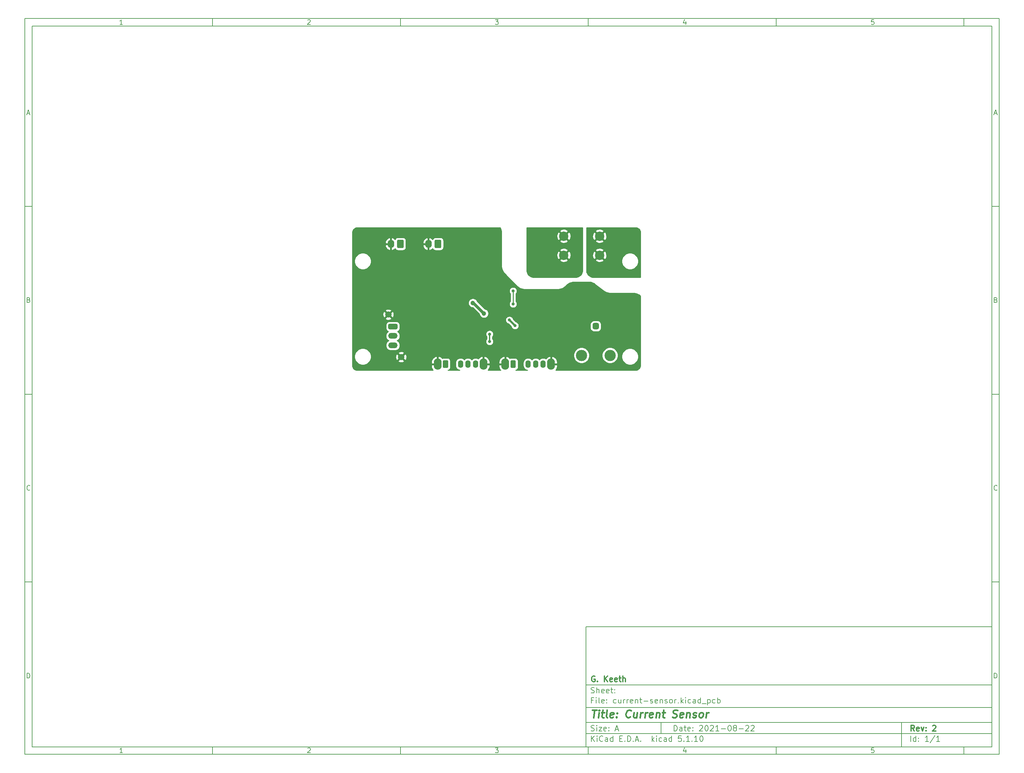
<source format=gbr>
%TF.GenerationSoftware,KiCad,Pcbnew,5.1.10*%
%TF.CreationDate,2021-08-22T21:12:58-04:00*%
%TF.ProjectId,current-sensor,63757272-656e-4742-9d73-656e736f722e,2*%
%TF.SameCoordinates,Original*%
%TF.FileFunction,Copper,L2,Bot*%
%TF.FilePolarity,Positive*%
%FSLAX46Y46*%
G04 Gerber Fmt 4.6, Leading zero omitted, Abs format (unit mm)*
G04 Created by KiCad (PCBNEW 5.1.10) date 2021-08-22 21:12:58*
%MOMM*%
%LPD*%
G01*
G04 APERTURE LIST*
%ADD10C,0.100000*%
%ADD11C,0.150000*%
%ADD12C,0.300000*%
%ADD13C,0.400000*%
%TA.AperFunction,ComponentPad*%
%ADD14O,1.740000X2.200000*%
%TD*%
%TA.AperFunction,ComponentPad*%
%ADD15O,2.100000X3.000000*%
%TD*%
%TA.AperFunction,ComponentPad*%
%ADD16O,1.400000X2.000000*%
%TD*%
%TA.AperFunction,ComponentPad*%
%ADD17O,2.500000X1.500000*%
%TD*%
%TA.AperFunction,ComponentPad*%
%ADD18C,1.700000*%
%TD*%
%TA.AperFunction,ComponentPad*%
%ADD19C,3.000000*%
%TD*%
%TA.AperFunction,ComponentPad*%
%ADD20C,2.500000*%
%TD*%
%TA.AperFunction,ViaPad*%
%ADD21C,0.800000*%
%TD*%
%TA.AperFunction,ViaPad*%
%ADD22C,1.200000*%
%TD*%
%TA.AperFunction,Conductor*%
%ADD23C,0.500000*%
%TD*%
%TA.AperFunction,Conductor*%
%ADD24C,0.762000*%
%TD*%
%TA.AperFunction,Conductor*%
%ADD25C,0.304800*%
%TD*%
%TA.AperFunction,Conductor*%
%ADD26C,0.250000*%
%TD*%
%TA.AperFunction,Conductor*%
%ADD27C,0.254000*%
%TD*%
%TA.AperFunction,Conductor*%
%ADD28C,0.100000*%
%TD*%
G04 APERTURE END LIST*
D10*
D11*
X159400000Y-171900000D02*
X159400000Y-203900000D01*
X267400000Y-203900000D01*
X267400000Y-171900000D01*
X159400000Y-171900000D01*
D10*
D11*
X10000000Y-10000000D02*
X10000000Y-205900000D01*
X269400000Y-205900000D01*
X269400000Y-10000000D01*
X10000000Y-10000000D01*
D10*
D11*
X12000000Y-12000000D02*
X12000000Y-203900000D01*
X267400000Y-203900000D01*
X267400000Y-12000000D01*
X12000000Y-12000000D01*
D10*
D11*
X60000000Y-12000000D02*
X60000000Y-10000000D01*
D10*
D11*
X110000000Y-12000000D02*
X110000000Y-10000000D01*
D10*
D11*
X160000000Y-12000000D02*
X160000000Y-10000000D01*
D10*
D11*
X210000000Y-12000000D02*
X210000000Y-10000000D01*
D10*
D11*
X260000000Y-12000000D02*
X260000000Y-10000000D01*
D10*
D11*
X36065476Y-11588095D02*
X35322619Y-11588095D01*
X35694047Y-11588095D02*
X35694047Y-10288095D01*
X35570238Y-10473809D01*
X35446428Y-10597619D01*
X35322619Y-10659523D01*
D10*
D11*
X85322619Y-10411904D02*
X85384523Y-10350000D01*
X85508333Y-10288095D01*
X85817857Y-10288095D01*
X85941666Y-10350000D01*
X86003571Y-10411904D01*
X86065476Y-10535714D01*
X86065476Y-10659523D01*
X86003571Y-10845238D01*
X85260714Y-11588095D01*
X86065476Y-11588095D01*
D10*
D11*
X135260714Y-10288095D02*
X136065476Y-10288095D01*
X135632142Y-10783333D01*
X135817857Y-10783333D01*
X135941666Y-10845238D01*
X136003571Y-10907142D01*
X136065476Y-11030952D01*
X136065476Y-11340476D01*
X136003571Y-11464285D01*
X135941666Y-11526190D01*
X135817857Y-11588095D01*
X135446428Y-11588095D01*
X135322619Y-11526190D01*
X135260714Y-11464285D01*
D10*
D11*
X185941666Y-10721428D02*
X185941666Y-11588095D01*
X185632142Y-10226190D02*
X185322619Y-11154761D01*
X186127380Y-11154761D01*
D10*
D11*
X236003571Y-10288095D02*
X235384523Y-10288095D01*
X235322619Y-10907142D01*
X235384523Y-10845238D01*
X235508333Y-10783333D01*
X235817857Y-10783333D01*
X235941666Y-10845238D01*
X236003571Y-10907142D01*
X236065476Y-11030952D01*
X236065476Y-11340476D01*
X236003571Y-11464285D01*
X235941666Y-11526190D01*
X235817857Y-11588095D01*
X235508333Y-11588095D01*
X235384523Y-11526190D01*
X235322619Y-11464285D01*
D10*
D11*
X60000000Y-203900000D02*
X60000000Y-205900000D01*
D10*
D11*
X110000000Y-203900000D02*
X110000000Y-205900000D01*
D10*
D11*
X160000000Y-203900000D02*
X160000000Y-205900000D01*
D10*
D11*
X210000000Y-203900000D02*
X210000000Y-205900000D01*
D10*
D11*
X260000000Y-203900000D02*
X260000000Y-205900000D01*
D10*
D11*
X36065476Y-205488095D02*
X35322619Y-205488095D01*
X35694047Y-205488095D02*
X35694047Y-204188095D01*
X35570238Y-204373809D01*
X35446428Y-204497619D01*
X35322619Y-204559523D01*
D10*
D11*
X85322619Y-204311904D02*
X85384523Y-204250000D01*
X85508333Y-204188095D01*
X85817857Y-204188095D01*
X85941666Y-204250000D01*
X86003571Y-204311904D01*
X86065476Y-204435714D01*
X86065476Y-204559523D01*
X86003571Y-204745238D01*
X85260714Y-205488095D01*
X86065476Y-205488095D01*
D10*
D11*
X135260714Y-204188095D02*
X136065476Y-204188095D01*
X135632142Y-204683333D01*
X135817857Y-204683333D01*
X135941666Y-204745238D01*
X136003571Y-204807142D01*
X136065476Y-204930952D01*
X136065476Y-205240476D01*
X136003571Y-205364285D01*
X135941666Y-205426190D01*
X135817857Y-205488095D01*
X135446428Y-205488095D01*
X135322619Y-205426190D01*
X135260714Y-205364285D01*
D10*
D11*
X185941666Y-204621428D02*
X185941666Y-205488095D01*
X185632142Y-204126190D02*
X185322619Y-205054761D01*
X186127380Y-205054761D01*
D10*
D11*
X236003571Y-204188095D02*
X235384523Y-204188095D01*
X235322619Y-204807142D01*
X235384523Y-204745238D01*
X235508333Y-204683333D01*
X235817857Y-204683333D01*
X235941666Y-204745238D01*
X236003571Y-204807142D01*
X236065476Y-204930952D01*
X236065476Y-205240476D01*
X236003571Y-205364285D01*
X235941666Y-205426190D01*
X235817857Y-205488095D01*
X235508333Y-205488095D01*
X235384523Y-205426190D01*
X235322619Y-205364285D01*
D10*
D11*
X10000000Y-60000000D02*
X12000000Y-60000000D01*
D10*
D11*
X10000000Y-110000000D02*
X12000000Y-110000000D01*
D10*
D11*
X10000000Y-160000000D02*
X12000000Y-160000000D01*
D10*
D11*
X10690476Y-35216666D02*
X11309523Y-35216666D01*
X10566666Y-35588095D02*
X11000000Y-34288095D01*
X11433333Y-35588095D01*
D10*
D11*
X11092857Y-84907142D02*
X11278571Y-84969047D01*
X11340476Y-85030952D01*
X11402380Y-85154761D01*
X11402380Y-85340476D01*
X11340476Y-85464285D01*
X11278571Y-85526190D01*
X11154761Y-85588095D01*
X10659523Y-85588095D01*
X10659523Y-84288095D01*
X11092857Y-84288095D01*
X11216666Y-84350000D01*
X11278571Y-84411904D01*
X11340476Y-84535714D01*
X11340476Y-84659523D01*
X11278571Y-84783333D01*
X11216666Y-84845238D01*
X11092857Y-84907142D01*
X10659523Y-84907142D01*
D10*
D11*
X11402380Y-135464285D02*
X11340476Y-135526190D01*
X11154761Y-135588095D01*
X11030952Y-135588095D01*
X10845238Y-135526190D01*
X10721428Y-135402380D01*
X10659523Y-135278571D01*
X10597619Y-135030952D01*
X10597619Y-134845238D01*
X10659523Y-134597619D01*
X10721428Y-134473809D01*
X10845238Y-134350000D01*
X11030952Y-134288095D01*
X11154761Y-134288095D01*
X11340476Y-134350000D01*
X11402380Y-134411904D01*
D10*
D11*
X10659523Y-185588095D02*
X10659523Y-184288095D01*
X10969047Y-184288095D01*
X11154761Y-184350000D01*
X11278571Y-184473809D01*
X11340476Y-184597619D01*
X11402380Y-184845238D01*
X11402380Y-185030952D01*
X11340476Y-185278571D01*
X11278571Y-185402380D01*
X11154761Y-185526190D01*
X10969047Y-185588095D01*
X10659523Y-185588095D01*
D10*
D11*
X269400000Y-60000000D02*
X267400000Y-60000000D01*
D10*
D11*
X269400000Y-110000000D02*
X267400000Y-110000000D01*
D10*
D11*
X269400000Y-160000000D02*
X267400000Y-160000000D01*
D10*
D11*
X268090476Y-35216666D02*
X268709523Y-35216666D01*
X267966666Y-35588095D02*
X268400000Y-34288095D01*
X268833333Y-35588095D01*
D10*
D11*
X268492857Y-84907142D02*
X268678571Y-84969047D01*
X268740476Y-85030952D01*
X268802380Y-85154761D01*
X268802380Y-85340476D01*
X268740476Y-85464285D01*
X268678571Y-85526190D01*
X268554761Y-85588095D01*
X268059523Y-85588095D01*
X268059523Y-84288095D01*
X268492857Y-84288095D01*
X268616666Y-84350000D01*
X268678571Y-84411904D01*
X268740476Y-84535714D01*
X268740476Y-84659523D01*
X268678571Y-84783333D01*
X268616666Y-84845238D01*
X268492857Y-84907142D01*
X268059523Y-84907142D01*
D10*
D11*
X268802380Y-135464285D02*
X268740476Y-135526190D01*
X268554761Y-135588095D01*
X268430952Y-135588095D01*
X268245238Y-135526190D01*
X268121428Y-135402380D01*
X268059523Y-135278571D01*
X267997619Y-135030952D01*
X267997619Y-134845238D01*
X268059523Y-134597619D01*
X268121428Y-134473809D01*
X268245238Y-134350000D01*
X268430952Y-134288095D01*
X268554761Y-134288095D01*
X268740476Y-134350000D01*
X268802380Y-134411904D01*
D10*
D11*
X268059523Y-185588095D02*
X268059523Y-184288095D01*
X268369047Y-184288095D01*
X268554761Y-184350000D01*
X268678571Y-184473809D01*
X268740476Y-184597619D01*
X268802380Y-184845238D01*
X268802380Y-185030952D01*
X268740476Y-185278571D01*
X268678571Y-185402380D01*
X268554761Y-185526190D01*
X268369047Y-185588095D01*
X268059523Y-185588095D01*
D10*
D11*
X182832142Y-199678571D02*
X182832142Y-198178571D01*
X183189285Y-198178571D01*
X183403571Y-198250000D01*
X183546428Y-198392857D01*
X183617857Y-198535714D01*
X183689285Y-198821428D01*
X183689285Y-199035714D01*
X183617857Y-199321428D01*
X183546428Y-199464285D01*
X183403571Y-199607142D01*
X183189285Y-199678571D01*
X182832142Y-199678571D01*
X184975000Y-199678571D02*
X184975000Y-198892857D01*
X184903571Y-198750000D01*
X184760714Y-198678571D01*
X184475000Y-198678571D01*
X184332142Y-198750000D01*
X184975000Y-199607142D02*
X184832142Y-199678571D01*
X184475000Y-199678571D01*
X184332142Y-199607142D01*
X184260714Y-199464285D01*
X184260714Y-199321428D01*
X184332142Y-199178571D01*
X184475000Y-199107142D01*
X184832142Y-199107142D01*
X184975000Y-199035714D01*
X185475000Y-198678571D02*
X186046428Y-198678571D01*
X185689285Y-198178571D02*
X185689285Y-199464285D01*
X185760714Y-199607142D01*
X185903571Y-199678571D01*
X186046428Y-199678571D01*
X187117857Y-199607142D02*
X186975000Y-199678571D01*
X186689285Y-199678571D01*
X186546428Y-199607142D01*
X186475000Y-199464285D01*
X186475000Y-198892857D01*
X186546428Y-198750000D01*
X186689285Y-198678571D01*
X186975000Y-198678571D01*
X187117857Y-198750000D01*
X187189285Y-198892857D01*
X187189285Y-199035714D01*
X186475000Y-199178571D01*
X187832142Y-199535714D02*
X187903571Y-199607142D01*
X187832142Y-199678571D01*
X187760714Y-199607142D01*
X187832142Y-199535714D01*
X187832142Y-199678571D01*
X187832142Y-198750000D02*
X187903571Y-198821428D01*
X187832142Y-198892857D01*
X187760714Y-198821428D01*
X187832142Y-198750000D01*
X187832142Y-198892857D01*
X189617857Y-198321428D02*
X189689285Y-198250000D01*
X189832142Y-198178571D01*
X190189285Y-198178571D01*
X190332142Y-198250000D01*
X190403571Y-198321428D01*
X190475000Y-198464285D01*
X190475000Y-198607142D01*
X190403571Y-198821428D01*
X189546428Y-199678571D01*
X190475000Y-199678571D01*
X191403571Y-198178571D02*
X191546428Y-198178571D01*
X191689285Y-198250000D01*
X191760714Y-198321428D01*
X191832142Y-198464285D01*
X191903571Y-198750000D01*
X191903571Y-199107142D01*
X191832142Y-199392857D01*
X191760714Y-199535714D01*
X191689285Y-199607142D01*
X191546428Y-199678571D01*
X191403571Y-199678571D01*
X191260714Y-199607142D01*
X191189285Y-199535714D01*
X191117857Y-199392857D01*
X191046428Y-199107142D01*
X191046428Y-198750000D01*
X191117857Y-198464285D01*
X191189285Y-198321428D01*
X191260714Y-198250000D01*
X191403571Y-198178571D01*
X192475000Y-198321428D02*
X192546428Y-198250000D01*
X192689285Y-198178571D01*
X193046428Y-198178571D01*
X193189285Y-198250000D01*
X193260714Y-198321428D01*
X193332142Y-198464285D01*
X193332142Y-198607142D01*
X193260714Y-198821428D01*
X192403571Y-199678571D01*
X193332142Y-199678571D01*
X194760714Y-199678571D02*
X193903571Y-199678571D01*
X194332142Y-199678571D02*
X194332142Y-198178571D01*
X194189285Y-198392857D01*
X194046428Y-198535714D01*
X193903571Y-198607142D01*
X195403571Y-199107142D02*
X196546428Y-199107142D01*
X197546428Y-198178571D02*
X197689285Y-198178571D01*
X197832142Y-198250000D01*
X197903571Y-198321428D01*
X197975000Y-198464285D01*
X198046428Y-198750000D01*
X198046428Y-199107142D01*
X197975000Y-199392857D01*
X197903571Y-199535714D01*
X197832142Y-199607142D01*
X197689285Y-199678571D01*
X197546428Y-199678571D01*
X197403571Y-199607142D01*
X197332142Y-199535714D01*
X197260714Y-199392857D01*
X197189285Y-199107142D01*
X197189285Y-198750000D01*
X197260714Y-198464285D01*
X197332142Y-198321428D01*
X197403571Y-198250000D01*
X197546428Y-198178571D01*
X198903571Y-198821428D02*
X198760714Y-198750000D01*
X198689285Y-198678571D01*
X198617857Y-198535714D01*
X198617857Y-198464285D01*
X198689285Y-198321428D01*
X198760714Y-198250000D01*
X198903571Y-198178571D01*
X199189285Y-198178571D01*
X199332142Y-198250000D01*
X199403571Y-198321428D01*
X199475000Y-198464285D01*
X199475000Y-198535714D01*
X199403571Y-198678571D01*
X199332142Y-198750000D01*
X199189285Y-198821428D01*
X198903571Y-198821428D01*
X198760714Y-198892857D01*
X198689285Y-198964285D01*
X198617857Y-199107142D01*
X198617857Y-199392857D01*
X198689285Y-199535714D01*
X198760714Y-199607142D01*
X198903571Y-199678571D01*
X199189285Y-199678571D01*
X199332142Y-199607142D01*
X199403571Y-199535714D01*
X199475000Y-199392857D01*
X199475000Y-199107142D01*
X199403571Y-198964285D01*
X199332142Y-198892857D01*
X199189285Y-198821428D01*
X200117857Y-199107142D02*
X201260714Y-199107142D01*
X201903571Y-198321428D02*
X201975000Y-198250000D01*
X202117857Y-198178571D01*
X202475000Y-198178571D01*
X202617857Y-198250000D01*
X202689285Y-198321428D01*
X202760714Y-198464285D01*
X202760714Y-198607142D01*
X202689285Y-198821428D01*
X201832142Y-199678571D01*
X202760714Y-199678571D01*
X203332142Y-198321428D02*
X203403571Y-198250000D01*
X203546428Y-198178571D01*
X203903571Y-198178571D01*
X204046428Y-198250000D01*
X204117857Y-198321428D01*
X204189285Y-198464285D01*
X204189285Y-198607142D01*
X204117857Y-198821428D01*
X203260714Y-199678571D01*
X204189285Y-199678571D01*
D10*
D11*
X159400000Y-200400000D02*
X267400000Y-200400000D01*
D10*
D11*
X160832142Y-202478571D02*
X160832142Y-200978571D01*
X161689285Y-202478571D02*
X161046428Y-201621428D01*
X161689285Y-200978571D02*
X160832142Y-201835714D01*
X162332142Y-202478571D02*
X162332142Y-201478571D01*
X162332142Y-200978571D02*
X162260714Y-201050000D01*
X162332142Y-201121428D01*
X162403571Y-201050000D01*
X162332142Y-200978571D01*
X162332142Y-201121428D01*
X163903571Y-202335714D02*
X163832142Y-202407142D01*
X163617857Y-202478571D01*
X163475000Y-202478571D01*
X163260714Y-202407142D01*
X163117857Y-202264285D01*
X163046428Y-202121428D01*
X162975000Y-201835714D01*
X162975000Y-201621428D01*
X163046428Y-201335714D01*
X163117857Y-201192857D01*
X163260714Y-201050000D01*
X163475000Y-200978571D01*
X163617857Y-200978571D01*
X163832142Y-201050000D01*
X163903571Y-201121428D01*
X165189285Y-202478571D02*
X165189285Y-201692857D01*
X165117857Y-201550000D01*
X164975000Y-201478571D01*
X164689285Y-201478571D01*
X164546428Y-201550000D01*
X165189285Y-202407142D02*
X165046428Y-202478571D01*
X164689285Y-202478571D01*
X164546428Y-202407142D01*
X164475000Y-202264285D01*
X164475000Y-202121428D01*
X164546428Y-201978571D01*
X164689285Y-201907142D01*
X165046428Y-201907142D01*
X165189285Y-201835714D01*
X166546428Y-202478571D02*
X166546428Y-200978571D01*
X166546428Y-202407142D02*
X166403571Y-202478571D01*
X166117857Y-202478571D01*
X165975000Y-202407142D01*
X165903571Y-202335714D01*
X165832142Y-202192857D01*
X165832142Y-201764285D01*
X165903571Y-201621428D01*
X165975000Y-201550000D01*
X166117857Y-201478571D01*
X166403571Y-201478571D01*
X166546428Y-201550000D01*
X168403571Y-201692857D02*
X168903571Y-201692857D01*
X169117857Y-202478571D02*
X168403571Y-202478571D01*
X168403571Y-200978571D01*
X169117857Y-200978571D01*
X169760714Y-202335714D02*
X169832142Y-202407142D01*
X169760714Y-202478571D01*
X169689285Y-202407142D01*
X169760714Y-202335714D01*
X169760714Y-202478571D01*
X170475000Y-202478571D02*
X170475000Y-200978571D01*
X170832142Y-200978571D01*
X171046428Y-201050000D01*
X171189285Y-201192857D01*
X171260714Y-201335714D01*
X171332142Y-201621428D01*
X171332142Y-201835714D01*
X171260714Y-202121428D01*
X171189285Y-202264285D01*
X171046428Y-202407142D01*
X170832142Y-202478571D01*
X170475000Y-202478571D01*
X171975000Y-202335714D02*
X172046428Y-202407142D01*
X171975000Y-202478571D01*
X171903571Y-202407142D01*
X171975000Y-202335714D01*
X171975000Y-202478571D01*
X172617857Y-202050000D02*
X173332142Y-202050000D01*
X172475000Y-202478571D02*
X172975000Y-200978571D01*
X173475000Y-202478571D01*
X173975000Y-202335714D02*
X174046428Y-202407142D01*
X173975000Y-202478571D01*
X173903571Y-202407142D01*
X173975000Y-202335714D01*
X173975000Y-202478571D01*
X176975000Y-202478571D02*
X176975000Y-200978571D01*
X177117857Y-201907142D02*
X177546428Y-202478571D01*
X177546428Y-201478571D02*
X176975000Y-202050000D01*
X178189285Y-202478571D02*
X178189285Y-201478571D01*
X178189285Y-200978571D02*
X178117857Y-201050000D01*
X178189285Y-201121428D01*
X178260714Y-201050000D01*
X178189285Y-200978571D01*
X178189285Y-201121428D01*
X179546428Y-202407142D02*
X179403571Y-202478571D01*
X179117857Y-202478571D01*
X178975000Y-202407142D01*
X178903571Y-202335714D01*
X178832142Y-202192857D01*
X178832142Y-201764285D01*
X178903571Y-201621428D01*
X178975000Y-201550000D01*
X179117857Y-201478571D01*
X179403571Y-201478571D01*
X179546428Y-201550000D01*
X180832142Y-202478571D02*
X180832142Y-201692857D01*
X180760714Y-201550000D01*
X180617857Y-201478571D01*
X180332142Y-201478571D01*
X180189285Y-201550000D01*
X180832142Y-202407142D02*
X180689285Y-202478571D01*
X180332142Y-202478571D01*
X180189285Y-202407142D01*
X180117857Y-202264285D01*
X180117857Y-202121428D01*
X180189285Y-201978571D01*
X180332142Y-201907142D01*
X180689285Y-201907142D01*
X180832142Y-201835714D01*
X182189285Y-202478571D02*
X182189285Y-200978571D01*
X182189285Y-202407142D02*
X182046428Y-202478571D01*
X181760714Y-202478571D01*
X181617857Y-202407142D01*
X181546428Y-202335714D01*
X181475000Y-202192857D01*
X181475000Y-201764285D01*
X181546428Y-201621428D01*
X181617857Y-201550000D01*
X181760714Y-201478571D01*
X182046428Y-201478571D01*
X182189285Y-201550000D01*
X184760714Y-200978571D02*
X184046428Y-200978571D01*
X183975000Y-201692857D01*
X184046428Y-201621428D01*
X184189285Y-201550000D01*
X184546428Y-201550000D01*
X184689285Y-201621428D01*
X184760714Y-201692857D01*
X184832142Y-201835714D01*
X184832142Y-202192857D01*
X184760714Y-202335714D01*
X184689285Y-202407142D01*
X184546428Y-202478571D01*
X184189285Y-202478571D01*
X184046428Y-202407142D01*
X183975000Y-202335714D01*
X185475000Y-202335714D02*
X185546428Y-202407142D01*
X185475000Y-202478571D01*
X185403571Y-202407142D01*
X185475000Y-202335714D01*
X185475000Y-202478571D01*
X186975000Y-202478571D02*
X186117857Y-202478571D01*
X186546428Y-202478571D02*
X186546428Y-200978571D01*
X186403571Y-201192857D01*
X186260714Y-201335714D01*
X186117857Y-201407142D01*
X187617857Y-202335714D02*
X187689285Y-202407142D01*
X187617857Y-202478571D01*
X187546428Y-202407142D01*
X187617857Y-202335714D01*
X187617857Y-202478571D01*
X189117857Y-202478571D02*
X188260714Y-202478571D01*
X188689285Y-202478571D02*
X188689285Y-200978571D01*
X188546428Y-201192857D01*
X188403571Y-201335714D01*
X188260714Y-201407142D01*
X190046428Y-200978571D02*
X190189285Y-200978571D01*
X190332142Y-201050000D01*
X190403571Y-201121428D01*
X190475000Y-201264285D01*
X190546428Y-201550000D01*
X190546428Y-201907142D01*
X190475000Y-202192857D01*
X190403571Y-202335714D01*
X190332142Y-202407142D01*
X190189285Y-202478571D01*
X190046428Y-202478571D01*
X189903571Y-202407142D01*
X189832142Y-202335714D01*
X189760714Y-202192857D01*
X189689285Y-201907142D01*
X189689285Y-201550000D01*
X189760714Y-201264285D01*
X189832142Y-201121428D01*
X189903571Y-201050000D01*
X190046428Y-200978571D01*
D10*
D11*
X159400000Y-197400000D02*
X267400000Y-197400000D01*
D10*
D12*
X246809285Y-199678571D02*
X246309285Y-198964285D01*
X245952142Y-199678571D02*
X245952142Y-198178571D01*
X246523571Y-198178571D01*
X246666428Y-198250000D01*
X246737857Y-198321428D01*
X246809285Y-198464285D01*
X246809285Y-198678571D01*
X246737857Y-198821428D01*
X246666428Y-198892857D01*
X246523571Y-198964285D01*
X245952142Y-198964285D01*
X248023571Y-199607142D02*
X247880714Y-199678571D01*
X247595000Y-199678571D01*
X247452142Y-199607142D01*
X247380714Y-199464285D01*
X247380714Y-198892857D01*
X247452142Y-198750000D01*
X247595000Y-198678571D01*
X247880714Y-198678571D01*
X248023571Y-198750000D01*
X248095000Y-198892857D01*
X248095000Y-199035714D01*
X247380714Y-199178571D01*
X248595000Y-198678571D02*
X248952142Y-199678571D01*
X249309285Y-198678571D01*
X249880714Y-199535714D02*
X249952142Y-199607142D01*
X249880714Y-199678571D01*
X249809285Y-199607142D01*
X249880714Y-199535714D01*
X249880714Y-199678571D01*
X249880714Y-198750000D02*
X249952142Y-198821428D01*
X249880714Y-198892857D01*
X249809285Y-198821428D01*
X249880714Y-198750000D01*
X249880714Y-198892857D01*
X251666428Y-198321428D02*
X251737857Y-198250000D01*
X251880714Y-198178571D01*
X252237857Y-198178571D01*
X252380714Y-198250000D01*
X252452142Y-198321428D01*
X252523571Y-198464285D01*
X252523571Y-198607142D01*
X252452142Y-198821428D01*
X251595000Y-199678571D01*
X252523571Y-199678571D01*
D10*
D11*
X160760714Y-199607142D02*
X160975000Y-199678571D01*
X161332142Y-199678571D01*
X161475000Y-199607142D01*
X161546428Y-199535714D01*
X161617857Y-199392857D01*
X161617857Y-199250000D01*
X161546428Y-199107142D01*
X161475000Y-199035714D01*
X161332142Y-198964285D01*
X161046428Y-198892857D01*
X160903571Y-198821428D01*
X160832142Y-198750000D01*
X160760714Y-198607142D01*
X160760714Y-198464285D01*
X160832142Y-198321428D01*
X160903571Y-198250000D01*
X161046428Y-198178571D01*
X161403571Y-198178571D01*
X161617857Y-198250000D01*
X162260714Y-199678571D02*
X162260714Y-198678571D01*
X162260714Y-198178571D02*
X162189285Y-198250000D01*
X162260714Y-198321428D01*
X162332142Y-198250000D01*
X162260714Y-198178571D01*
X162260714Y-198321428D01*
X162832142Y-198678571D02*
X163617857Y-198678571D01*
X162832142Y-199678571D01*
X163617857Y-199678571D01*
X164760714Y-199607142D02*
X164617857Y-199678571D01*
X164332142Y-199678571D01*
X164189285Y-199607142D01*
X164117857Y-199464285D01*
X164117857Y-198892857D01*
X164189285Y-198750000D01*
X164332142Y-198678571D01*
X164617857Y-198678571D01*
X164760714Y-198750000D01*
X164832142Y-198892857D01*
X164832142Y-199035714D01*
X164117857Y-199178571D01*
X165475000Y-199535714D02*
X165546428Y-199607142D01*
X165475000Y-199678571D01*
X165403571Y-199607142D01*
X165475000Y-199535714D01*
X165475000Y-199678571D01*
X165475000Y-198750000D02*
X165546428Y-198821428D01*
X165475000Y-198892857D01*
X165403571Y-198821428D01*
X165475000Y-198750000D01*
X165475000Y-198892857D01*
X167260714Y-199250000D02*
X167975000Y-199250000D01*
X167117857Y-199678571D02*
X167617857Y-198178571D01*
X168117857Y-199678571D01*
D10*
D11*
X245832142Y-202478571D02*
X245832142Y-200978571D01*
X247189285Y-202478571D02*
X247189285Y-200978571D01*
X247189285Y-202407142D02*
X247046428Y-202478571D01*
X246760714Y-202478571D01*
X246617857Y-202407142D01*
X246546428Y-202335714D01*
X246475000Y-202192857D01*
X246475000Y-201764285D01*
X246546428Y-201621428D01*
X246617857Y-201550000D01*
X246760714Y-201478571D01*
X247046428Y-201478571D01*
X247189285Y-201550000D01*
X247903571Y-202335714D02*
X247975000Y-202407142D01*
X247903571Y-202478571D01*
X247832142Y-202407142D01*
X247903571Y-202335714D01*
X247903571Y-202478571D01*
X247903571Y-201550000D02*
X247975000Y-201621428D01*
X247903571Y-201692857D01*
X247832142Y-201621428D01*
X247903571Y-201550000D01*
X247903571Y-201692857D01*
X250546428Y-202478571D02*
X249689285Y-202478571D01*
X250117857Y-202478571D02*
X250117857Y-200978571D01*
X249975000Y-201192857D01*
X249832142Y-201335714D01*
X249689285Y-201407142D01*
X252260714Y-200907142D02*
X250975000Y-202835714D01*
X253546428Y-202478571D02*
X252689285Y-202478571D01*
X253117857Y-202478571D02*
X253117857Y-200978571D01*
X252975000Y-201192857D01*
X252832142Y-201335714D01*
X252689285Y-201407142D01*
D10*
D11*
X159400000Y-193400000D02*
X267400000Y-193400000D01*
D10*
D13*
X161112380Y-194104761D02*
X162255238Y-194104761D01*
X161433809Y-196104761D02*
X161683809Y-194104761D01*
X162671904Y-196104761D02*
X162838571Y-194771428D01*
X162921904Y-194104761D02*
X162814761Y-194200000D01*
X162898095Y-194295238D01*
X163005238Y-194200000D01*
X162921904Y-194104761D01*
X162898095Y-194295238D01*
X163505238Y-194771428D02*
X164267142Y-194771428D01*
X163874285Y-194104761D02*
X163660000Y-195819047D01*
X163731428Y-196009523D01*
X163910000Y-196104761D01*
X164100476Y-196104761D01*
X165052857Y-196104761D02*
X164874285Y-196009523D01*
X164802857Y-195819047D01*
X165017142Y-194104761D01*
X166588571Y-196009523D02*
X166386190Y-196104761D01*
X166005238Y-196104761D01*
X165826666Y-196009523D01*
X165755238Y-195819047D01*
X165850476Y-195057142D01*
X165969523Y-194866666D01*
X166171904Y-194771428D01*
X166552857Y-194771428D01*
X166731428Y-194866666D01*
X166802857Y-195057142D01*
X166779047Y-195247619D01*
X165802857Y-195438095D01*
X167552857Y-195914285D02*
X167636190Y-196009523D01*
X167529047Y-196104761D01*
X167445714Y-196009523D01*
X167552857Y-195914285D01*
X167529047Y-196104761D01*
X167683809Y-194866666D02*
X167767142Y-194961904D01*
X167660000Y-195057142D01*
X167576666Y-194961904D01*
X167683809Y-194866666D01*
X167660000Y-195057142D01*
X171171904Y-195914285D02*
X171064761Y-196009523D01*
X170767142Y-196104761D01*
X170576666Y-196104761D01*
X170302857Y-196009523D01*
X170136190Y-195819047D01*
X170064761Y-195628571D01*
X170017142Y-195247619D01*
X170052857Y-194961904D01*
X170195714Y-194580952D01*
X170314761Y-194390476D01*
X170529047Y-194200000D01*
X170826666Y-194104761D01*
X171017142Y-194104761D01*
X171290952Y-194200000D01*
X171374285Y-194295238D01*
X173029047Y-194771428D02*
X172862380Y-196104761D01*
X172171904Y-194771428D02*
X172040952Y-195819047D01*
X172112380Y-196009523D01*
X172290952Y-196104761D01*
X172576666Y-196104761D01*
X172779047Y-196009523D01*
X172886190Y-195914285D01*
X173814761Y-196104761D02*
X173981428Y-194771428D01*
X173933809Y-195152380D02*
X174052857Y-194961904D01*
X174160000Y-194866666D01*
X174362380Y-194771428D01*
X174552857Y-194771428D01*
X175052857Y-196104761D02*
X175219523Y-194771428D01*
X175171904Y-195152380D02*
X175290952Y-194961904D01*
X175398095Y-194866666D01*
X175600476Y-194771428D01*
X175790952Y-194771428D01*
X177064761Y-196009523D02*
X176862380Y-196104761D01*
X176481428Y-196104761D01*
X176302857Y-196009523D01*
X176231428Y-195819047D01*
X176326666Y-195057142D01*
X176445714Y-194866666D01*
X176648095Y-194771428D01*
X177029047Y-194771428D01*
X177207619Y-194866666D01*
X177279047Y-195057142D01*
X177255238Y-195247619D01*
X176279047Y-195438095D01*
X178171904Y-194771428D02*
X178005238Y-196104761D01*
X178148095Y-194961904D02*
X178255238Y-194866666D01*
X178457619Y-194771428D01*
X178743333Y-194771428D01*
X178921904Y-194866666D01*
X178993333Y-195057142D01*
X178862380Y-196104761D01*
X179695714Y-194771428D02*
X180457619Y-194771428D01*
X180064761Y-194104761D02*
X179850476Y-195819047D01*
X179921904Y-196009523D01*
X180100476Y-196104761D01*
X180290952Y-196104761D01*
X182398095Y-196009523D02*
X182671904Y-196104761D01*
X183148095Y-196104761D01*
X183350476Y-196009523D01*
X183457619Y-195914285D01*
X183576666Y-195723809D01*
X183600476Y-195533333D01*
X183529047Y-195342857D01*
X183445714Y-195247619D01*
X183267142Y-195152380D01*
X182898095Y-195057142D01*
X182719523Y-194961904D01*
X182636190Y-194866666D01*
X182564761Y-194676190D01*
X182588571Y-194485714D01*
X182707619Y-194295238D01*
X182814761Y-194200000D01*
X183017142Y-194104761D01*
X183493333Y-194104761D01*
X183767142Y-194200000D01*
X185160000Y-196009523D02*
X184957619Y-196104761D01*
X184576666Y-196104761D01*
X184398095Y-196009523D01*
X184326666Y-195819047D01*
X184421904Y-195057142D01*
X184540952Y-194866666D01*
X184743333Y-194771428D01*
X185124285Y-194771428D01*
X185302857Y-194866666D01*
X185374285Y-195057142D01*
X185350476Y-195247619D01*
X184374285Y-195438095D01*
X186267142Y-194771428D02*
X186100476Y-196104761D01*
X186243333Y-194961904D02*
X186350476Y-194866666D01*
X186552857Y-194771428D01*
X186838571Y-194771428D01*
X187017142Y-194866666D01*
X187088571Y-195057142D01*
X186957619Y-196104761D01*
X187826666Y-196009523D02*
X188005238Y-196104761D01*
X188386190Y-196104761D01*
X188588571Y-196009523D01*
X188707619Y-195819047D01*
X188719523Y-195723809D01*
X188648095Y-195533333D01*
X188469523Y-195438095D01*
X188183809Y-195438095D01*
X188005238Y-195342857D01*
X187933809Y-195152380D01*
X187945714Y-195057142D01*
X188064761Y-194866666D01*
X188267142Y-194771428D01*
X188552857Y-194771428D01*
X188731428Y-194866666D01*
X189814761Y-196104761D02*
X189636190Y-196009523D01*
X189552857Y-195914285D01*
X189481428Y-195723809D01*
X189552857Y-195152380D01*
X189671904Y-194961904D01*
X189779047Y-194866666D01*
X189981428Y-194771428D01*
X190267142Y-194771428D01*
X190445714Y-194866666D01*
X190529047Y-194961904D01*
X190600476Y-195152380D01*
X190529047Y-195723809D01*
X190410000Y-195914285D01*
X190302857Y-196009523D01*
X190100476Y-196104761D01*
X189814761Y-196104761D01*
X191338571Y-196104761D02*
X191505238Y-194771428D01*
X191457619Y-195152380D02*
X191576666Y-194961904D01*
X191683809Y-194866666D01*
X191886190Y-194771428D01*
X192076666Y-194771428D01*
D10*
D11*
X161332142Y-191492857D02*
X160832142Y-191492857D01*
X160832142Y-192278571D02*
X160832142Y-190778571D01*
X161546428Y-190778571D01*
X162117857Y-192278571D02*
X162117857Y-191278571D01*
X162117857Y-190778571D02*
X162046428Y-190850000D01*
X162117857Y-190921428D01*
X162189285Y-190850000D01*
X162117857Y-190778571D01*
X162117857Y-190921428D01*
X163046428Y-192278571D02*
X162903571Y-192207142D01*
X162832142Y-192064285D01*
X162832142Y-190778571D01*
X164189285Y-192207142D02*
X164046428Y-192278571D01*
X163760714Y-192278571D01*
X163617857Y-192207142D01*
X163546428Y-192064285D01*
X163546428Y-191492857D01*
X163617857Y-191350000D01*
X163760714Y-191278571D01*
X164046428Y-191278571D01*
X164189285Y-191350000D01*
X164260714Y-191492857D01*
X164260714Y-191635714D01*
X163546428Y-191778571D01*
X164903571Y-192135714D02*
X164975000Y-192207142D01*
X164903571Y-192278571D01*
X164832142Y-192207142D01*
X164903571Y-192135714D01*
X164903571Y-192278571D01*
X164903571Y-191350000D02*
X164975000Y-191421428D01*
X164903571Y-191492857D01*
X164832142Y-191421428D01*
X164903571Y-191350000D01*
X164903571Y-191492857D01*
X167403571Y-192207142D02*
X167260714Y-192278571D01*
X166975000Y-192278571D01*
X166832142Y-192207142D01*
X166760714Y-192135714D01*
X166689285Y-191992857D01*
X166689285Y-191564285D01*
X166760714Y-191421428D01*
X166832142Y-191350000D01*
X166975000Y-191278571D01*
X167260714Y-191278571D01*
X167403571Y-191350000D01*
X168689285Y-191278571D02*
X168689285Y-192278571D01*
X168046428Y-191278571D02*
X168046428Y-192064285D01*
X168117857Y-192207142D01*
X168260714Y-192278571D01*
X168475000Y-192278571D01*
X168617857Y-192207142D01*
X168689285Y-192135714D01*
X169403571Y-192278571D02*
X169403571Y-191278571D01*
X169403571Y-191564285D02*
X169475000Y-191421428D01*
X169546428Y-191350000D01*
X169689285Y-191278571D01*
X169832142Y-191278571D01*
X170332142Y-192278571D02*
X170332142Y-191278571D01*
X170332142Y-191564285D02*
X170403571Y-191421428D01*
X170475000Y-191350000D01*
X170617857Y-191278571D01*
X170760714Y-191278571D01*
X171832142Y-192207142D02*
X171689285Y-192278571D01*
X171403571Y-192278571D01*
X171260714Y-192207142D01*
X171189285Y-192064285D01*
X171189285Y-191492857D01*
X171260714Y-191350000D01*
X171403571Y-191278571D01*
X171689285Y-191278571D01*
X171832142Y-191350000D01*
X171903571Y-191492857D01*
X171903571Y-191635714D01*
X171189285Y-191778571D01*
X172546428Y-191278571D02*
X172546428Y-192278571D01*
X172546428Y-191421428D02*
X172617857Y-191350000D01*
X172760714Y-191278571D01*
X172975000Y-191278571D01*
X173117857Y-191350000D01*
X173189285Y-191492857D01*
X173189285Y-192278571D01*
X173689285Y-191278571D02*
X174260714Y-191278571D01*
X173903571Y-190778571D02*
X173903571Y-192064285D01*
X173975000Y-192207142D01*
X174117857Y-192278571D01*
X174260714Y-192278571D01*
X174760714Y-191707142D02*
X175903571Y-191707142D01*
X176546428Y-192207142D02*
X176689285Y-192278571D01*
X176975000Y-192278571D01*
X177117857Y-192207142D01*
X177189285Y-192064285D01*
X177189285Y-191992857D01*
X177117857Y-191850000D01*
X176975000Y-191778571D01*
X176760714Y-191778571D01*
X176617857Y-191707142D01*
X176546428Y-191564285D01*
X176546428Y-191492857D01*
X176617857Y-191350000D01*
X176760714Y-191278571D01*
X176975000Y-191278571D01*
X177117857Y-191350000D01*
X178403571Y-192207142D02*
X178260714Y-192278571D01*
X177975000Y-192278571D01*
X177832142Y-192207142D01*
X177760714Y-192064285D01*
X177760714Y-191492857D01*
X177832142Y-191350000D01*
X177975000Y-191278571D01*
X178260714Y-191278571D01*
X178403571Y-191350000D01*
X178475000Y-191492857D01*
X178475000Y-191635714D01*
X177760714Y-191778571D01*
X179117857Y-191278571D02*
X179117857Y-192278571D01*
X179117857Y-191421428D02*
X179189285Y-191350000D01*
X179332142Y-191278571D01*
X179546428Y-191278571D01*
X179689285Y-191350000D01*
X179760714Y-191492857D01*
X179760714Y-192278571D01*
X180403571Y-192207142D02*
X180546428Y-192278571D01*
X180832142Y-192278571D01*
X180975000Y-192207142D01*
X181046428Y-192064285D01*
X181046428Y-191992857D01*
X180975000Y-191850000D01*
X180832142Y-191778571D01*
X180617857Y-191778571D01*
X180475000Y-191707142D01*
X180403571Y-191564285D01*
X180403571Y-191492857D01*
X180475000Y-191350000D01*
X180617857Y-191278571D01*
X180832142Y-191278571D01*
X180975000Y-191350000D01*
X181903571Y-192278571D02*
X181760714Y-192207142D01*
X181689285Y-192135714D01*
X181617857Y-191992857D01*
X181617857Y-191564285D01*
X181689285Y-191421428D01*
X181760714Y-191350000D01*
X181903571Y-191278571D01*
X182117857Y-191278571D01*
X182260714Y-191350000D01*
X182332142Y-191421428D01*
X182403571Y-191564285D01*
X182403571Y-191992857D01*
X182332142Y-192135714D01*
X182260714Y-192207142D01*
X182117857Y-192278571D01*
X181903571Y-192278571D01*
X183046428Y-192278571D02*
X183046428Y-191278571D01*
X183046428Y-191564285D02*
X183117857Y-191421428D01*
X183189285Y-191350000D01*
X183332142Y-191278571D01*
X183475000Y-191278571D01*
X183975000Y-192135714D02*
X184046428Y-192207142D01*
X183975000Y-192278571D01*
X183903571Y-192207142D01*
X183975000Y-192135714D01*
X183975000Y-192278571D01*
X184689285Y-192278571D02*
X184689285Y-190778571D01*
X184832142Y-191707142D02*
X185260714Y-192278571D01*
X185260714Y-191278571D02*
X184689285Y-191850000D01*
X185903571Y-192278571D02*
X185903571Y-191278571D01*
X185903571Y-190778571D02*
X185832142Y-190850000D01*
X185903571Y-190921428D01*
X185975000Y-190850000D01*
X185903571Y-190778571D01*
X185903571Y-190921428D01*
X187260714Y-192207142D02*
X187117857Y-192278571D01*
X186832142Y-192278571D01*
X186689285Y-192207142D01*
X186617857Y-192135714D01*
X186546428Y-191992857D01*
X186546428Y-191564285D01*
X186617857Y-191421428D01*
X186689285Y-191350000D01*
X186832142Y-191278571D01*
X187117857Y-191278571D01*
X187260714Y-191350000D01*
X188546428Y-192278571D02*
X188546428Y-191492857D01*
X188475000Y-191350000D01*
X188332142Y-191278571D01*
X188046428Y-191278571D01*
X187903571Y-191350000D01*
X188546428Y-192207142D02*
X188403571Y-192278571D01*
X188046428Y-192278571D01*
X187903571Y-192207142D01*
X187832142Y-192064285D01*
X187832142Y-191921428D01*
X187903571Y-191778571D01*
X188046428Y-191707142D01*
X188403571Y-191707142D01*
X188546428Y-191635714D01*
X189903571Y-192278571D02*
X189903571Y-190778571D01*
X189903571Y-192207142D02*
X189760714Y-192278571D01*
X189475000Y-192278571D01*
X189332142Y-192207142D01*
X189260714Y-192135714D01*
X189189285Y-191992857D01*
X189189285Y-191564285D01*
X189260714Y-191421428D01*
X189332142Y-191350000D01*
X189475000Y-191278571D01*
X189760714Y-191278571D01*
X189903571Y-191350000D01*
X190260714Y-192421428D02*
X191403571Y-192421428D01*
X191760714Y-191278571D02*
X191760714Y-192778571D01*
X191760714Y-191350000D02*
X191903571Y-191278571D01*
X192189285Y-191278571D01*
X192332142Y-191350000D01*
X192403571Y-191421428D01*
X192475000Y-191564285D01*
X192475000Y-191992857D01*
X192403571Y-192135714D01*
X192332142Y-192207142D01*
X192189285Y-192278571D01*
X191903571Y-192278571D01*
X191760714Y-192207142D01*
X193760714Y-192207142D02*
X193617857Y-192278571D01*
X193332142Y-192278571D01*
X193189285Y-192207142D01*
X193117857Y-192135714D01*
X193046428Y-191992857D01*
X193046428Y-191564285D01*
X193117857Y-191421428D01*
X193189285Y-191350000D01*
X193332142Y-191278571D01*
X193617857Y-191278571D01*
X193760714Y-191350000D01*
X194403571Y-192278571D02*
X194403571Y-190778571D01*
X194403571Y-191350000D02*
X194546428Y-191278571D01*
X194832142Y-191278571D01*
X194975000Y-191350000D01*
X195046428Y-191421428D01*
X195117857Y-191564285D01*
X195117857Y-191992857D01*
X195046428Y-192135714D01*
X194975000Y-192207142D01*
X194832142Y-192278571D01*
X194546428Y-192278571D01*
X194403571Y-192207142D01*
D10*
D11*
X159400000Y-187400000D02*
X267400000Y-187400000D01*
D10*
D11*
X160760714Y-189507142D02*
X160975000Y-189578571D01*
X161332142Y-189578571D01*
X161475000Y-189507142D01*
X161546428Y-189435714D01*
X161617857Y-189292857D01*
X161617857Y-189150000D01*
X161546428Y-189007142D01*
X161475000Y-188935714D01*
X161332142Y-188864285D01*
X161046428Y-188792857D01*
X160903571Y-188721428D01*
X160832142Y-188650000D01*
X160760714Y-188507142D01*
X160760714Y-188364285D01*
X160832142Y-188221428D01*
X160903571Y-188150000D01*
X161046428Y-188078571D01*
X161403571Y-188078571D01*
X161617857Y-188150000D01*
X162260714Y-189578571D02*
X162260714Y-188078571D01*
X162903571Y-189578571D02*
X162903571Y-188792857D01*
X162832142Y-188650000D01*
X162689285Y-188578571D01*
X162475000Y-188578571D01*
X162332142Y-188650000D01*
X162260714Y-188721428D01*
X164189285Y-189507142D02*
X164046428Y-189578571D01*
X163760714Y-189578571D01*
X163617857Y-189507142D01*
X163546428Y-189364285D01*
X163546428Y-188792857D01*
X163617857Y-188650000D01*
X163760714Y-188578571D01*
X164046428Y-188578571D01*
X164189285Y-188650000D01*
X164260714Y-188792857D01*
X164260714Y-188935714D01*
X163546428Y-189078571D01*
X165475000Y-189507142D02*
X165332142Y-189578571D01*
X165046428Y-189578571D01*
X164903571Y-189507142D01*
X164832142Y-189364285D01*
X164832142Y-188792857D01*
X164903571Y-188650000D01*
X165046428Y-188578571D01*
X165332142Y-188578571D01*
X165475000Y-188650000D01*
X165546428Y-188792857D01*
X165546428Y-188935714D01*
X164832142Y-189078571D01*
X165975000Y-188578571D02*
X166546428Y-188578571D01*
X166189285Y-188078571D02*
X166189285Y-189364285D01*
X166260714Y-189507142D01*
X166403571Y-189578571D01*
X166546428Y-189578571D01*
X167046428Y-189435714D02*
X167117857Y-189507142D01*
X167046428Y-189578571D01*
X166975000Y-189507142D01*
X167046428Y-189435714D01*
X167046428Y-189578571D01*
X167046428Y-188650000D02*
X167117857Y-188721428D01*
X167046428Y-188792857D01*
X166975000Y-188721428D01*
X167046428Y-188650000D01*
X167046428Y-188792857D01*
D10*
D12*
X161737857Y-185150000D02*
X161595000Y-185078571D01*
X161380714Y-185078571D01*
X161166428Y-185150000D01*
X161023571Y-185292857D01*
X160952142Y-185435714D01*
X160880714Y-185721428D01*
X160880714Y-185935714D01*
X160952142Y-186221428D01*
X161023571Y-186364285D01*
X161166428Y-186507142D01*
X161380714Y-186578571D01*
X161523571Y-186578571D01*
X161737857Y-186507142D01*
X161809285Y-186435714D01*
X161809285Y-185935714D01*
X161523571Y-185935714D01*
X162452142Y-186435714D02*
X162523571Y-186507142D01*
X162452142Y-186578571D01*
X162380714Y-186507142D01*
X162452142Y-186435714D01*
X162452142Y-186578571D01*
X164309285Y-186578571D02*
X164309285Y-185078571D01*
X165166428Y-186578571D02*
X164523571Y-185721428D01*
X165166428Y-185078571D02*
X164309285Y-185935714D01*
X166380714Y-186507142D02*
X166237857Y-186578571D01*
X165952142Y-186578571D01*
X165809285Y-186507142D01*
X165737857Y-186364285D01*
X165737857Y-185792857D01*
X165809285Y-185650000D01*
X165952142Y-185578571D01*
X166237857Y-185578571D01*
X166380714Y-185650000D01*
X166452142Y-185792857D01*
X166452142Y-185935714D01*
X165737857Y-186078571D01*
X167666428Y-186507142D02*
X167523571Y-186578571D01*
X167237857Y-186578571D01*
X167095000Y-186507142D01*
X167023571Y-186364285D01*
X167023571Y-185792857D01*
X167095000Y-185650000D01*
X167237857Y-185578571D01*
X167523571Y-185578571D01*
X167666428Y-185650000D01*
X167737857Y-185792857D01*
X167737857Y-185935714D01*
X167023571Y-186078571D01*
X168166428Y-185578571D02*
X168737857Y-185578571D01*
X168380714Y-185078571D02*
X168380714Y-186364285D01*
X168452142Y-186507142D01*
X168595000Y-186578571D01*
X168737857Y-186578571D01*
X169237857Y-186578571D02*
X169237857Y-185078571D01*
X169880714Y-186578571D02*
X169880714Y-185792857D01*
X169809285Y-185650000D01*
X169666428Y-185578571D01*
X169452142Y-185578571D01*
X169309285Y-185650000D01*
X169237857Y-185721428D01*
D10*
D11*
X179400000Y-197400000D02*
X179400000Y-200400000D01*
D10*
D11*
X243400000Y-197400000D02*
X243400000Y-203900000D01*
D14*
%TO.P,J4,2*%
%TO.N,GND*%
X107460000Y-70000000D03*
%TO.P,J4,1*%
%TO.N,/9V*%
%TA.AperFunction,ComponentPad*%
G36*
G01*
X110870000Y-69149999D02*
X110870000Y-70850001D01*
G75*
G02*
X110620001Y-71100000I-249999J0D01*
G01*
X109379999Y-71100000D01*
G75*
G02*
X109130000Y-70850001I0J249999D01*
G01*
X109130000Y-69149999D01*
G75*
G02*
X109379999Y-68900000I249999J0D01*
G01*
X110620001Y-68900000D01*
G75*
G02*
X110870000Y-69149999I0J-249999D01*
G01*
G37*
%TD.AperFunction*%
%TD*%
D15*
%TO.P,SW3,SH*%
%TO.N,GND*%
X150100000Y-102000000D03*
X137900000Y-102000000D03*
D16*
%TO.P,SW3,4*%
%TO.N,Net-(C1-Pad2)*%
X148000000Y-102000000D03*
%TO.P,SW3,3*%
%TO.N,Net-(C2-Pad2)*%
X146000000Y-102000000D03*
%TO.P,SW3,2*%
%TO.N,Net-(R5-Pad1)*%
X144000000Y-102000000D03*
%TO.P,SW3,1*%
%TO.N,Net-(C3-Pad2)*%
%TA.AperFunction,ComponentPad*%
G36*
G01*
X139300000Y-102815200D02*
X139300000Y-101184800D01*
G75*
G02*
X139484800Y-101000000I184800J0D01*
G01*
X140515200Y-101000000D01*
G75*
G02*
X140700000Y-101184800I0J-184800D01*
G01*
X140700000Y-102815200D01*
G75*
G02*
X140515200Y-103000000I-184800J0D01*
G01*
X139484800Y-103000000D01*
G75*
G02*
X139300000Y-102815200I0J184800D01*
G01*
G37*
%TD.AperFunction*%
%TD*%
D15*
%TO.P,SW2,SH*%
%TO.N,GND*%
X132100000Y-102000000D03*
X119900000Y-102000000D03*
D16*
%TO.P,SW2,4*%
%TO.N,Net-(R4-Pad2)*%
X130000000Y-102000000D03*
%TO.P,SW2,3*%
%TO.N,Net-(R3-Pad2)*%
X128000000Y-102000000D03*
%TO.P,SW2,2*%
%TO.N,Net-(R1-Pad2)*%
X126000000Y-102000000D03*
%TO.P,SW2,1*%
%TO.N,Net-(R2-Pad2)*%
%TA.AperFunction,ComponentPad*%
G36*
G01*
X121300000Y-102815200D02*
X121300000Y-101184800D01*
G75*
G02*
X121484800Y-101000000I184800J0D01*
G01*
X122515200Y-101000000D01*
G75*
G02*
X122700000Y-101184800I0J-184800D01*
G01*
X122700000Y-102815200D01*
G75*
G02*
X122515200Y-103000000I-184800J0D01*
G01*
X121484800Y-103000000D01*
G75*
G02*
X121300000Y-102815200I0J184800D01*
G01*
G37*
%TD.AperFunction*%
%TD*%
D17*
%TO.P,SW1,3*%
%TO.N,Net-(SW1-Pad3)*%
X108000000Y-97000000D03*
%TO.P,SW1,2*%
%TO.N,/9V*%
X108000000Y-94500000D03*
D18*
%TO.P,SW1,SH*%
%TO.N,GND*%
X110200000Y-100100000D03*
X106800000Y-88800000D03*
%TO.P,SW1,1*%
%TO.N,/9V_switched*%
%TA.AperFunction,ComponentPad*%
G36*
G01*
X107125000Y-91250000D02*
X108875000Y-91250000D01*
G75*
G02*
X109250000Y-91625000I0J-375000D01*
G01*
X109250000Y-92375000D01*
G75*
G02*
X108875000Y-92750000I-375000J0D01*
G01*
X107125000Y-92750000D01*
G75*
G02*
X106750000Y-92375000I0J375000D01*
G01*
X106750000Y-91625000D01*
G75*
G02*
X107125000Y-91250000I375000J0D01*
G01*
G37*
%TD.AperFunction*%
%TD*%
D19*
%TO.P,J3,2*%
%TO.N,/virtual_gnd*%
X158200000Y-99680000D03*
X165800000Y-99680000D03*
%TO.P,J3,1*%
%TO.N,/vout*%
%TA.AperFunction,ComponentPad*%
G36*
G01*
X161150000Y-92305000D02*
X161150000Y-91455000D01*
G75*
G02*
X161575000Y-91030000I425000J0D01*
G01*
X162425000Y-91030000D01*
G75*
G02*
X162850000Y-91455000I0J-425000D01*
G01*
X162850000Y-92305000D01*
G75*
G02*
X162425000Y-92730000I-425000J0D01*
G01*
X161575000Y-92730000D01*
G75*
G02*
X161150000Y-92305000I0J425000D01*
G01*
G37*
%TD.AperFunction*%
%TD*%
D14*
%TO.P,J5,2*%
%TO.N,GND*%
X117460000Y-70000000D03*
%TO.P,J5,1*%
%TO.N,/led_high*%
%TA.AperFunction,ComponentPad*%
G36*
G01*
X120870000Y-69149999D02*
X120870000Y-70850001D01*
G75*
G02*
X120620001Y-71100000I-249999J0D01*
G01*
X119379999Y-71100000D01*
G75*
G02*
X119130000Y-70850001I0J249999D01*
G01*
X119130000Y-69149999D01*
G75*
G02*
X119379999Y-68900000I249999J0D01*
G01*
X120620001Y-68900000D01*
G75*
G02*
X120870000Y-69149999I0J-249999D01*
G01*
G37*
%TD.AperFunction*%
%TD*%
D20*
%TO.P,J2,1*%
%TO.N,/current-*%
X153500000Y-67920000D03*
X153500000Y-73000000D03*
%TD*%
%TO.P,J1,1*%
%TO.N,/current+*%
X163000000Y-67920000D03*
X163000000Y-73000000D03*
%TD*%
D21*
%TO.N,/current-*%
X152000000Y-66000000D03*
%TO.N,+5V*%
X140500000Y-91752410D03*
X139000000Y-90250000D03*
D22*
X129289335Y-85710665D03*
X132250000Y-88500000D03*
D21*
%TO.N,GND*%
X155500000Y-84750000D03*
X115800000Y-88200000D03*
X122300000Y-88200000D03*
X139500000Y-95000000D03*
X132000000Y-92000000D03*
X155750000Y-95250000D03*
X149250000Y-90000000D03*
X164000000Y-84750000D03*
X156012660Y-83012660D03*
X135000000Y-73000000D03*
X159500000Y-85750000D03*
%TO.N,/current+*%
X160000000Y-66000000D03*
X160000000Y-67500000D03*
X160000000Y-69000000D03*
X160000000Y-70500000D03*
X160000000Y-72000000D03*
X160000000Y-73500000D03*
X160000000Y-75000000D03*
X162500000Y-78000000D03*
X164000000Y-78000000D03*
X165500000Y-78000000D03*
X167000000Y-78000000D03*
X168500000Y-78000000D03*
X173500000Y-78000000D03*
X173500000Y-70500000D03*
X173500000Y-69000000D03*
X173500000Y-67500000D03*
X172000000Y-66000000D03*
X161500000Y-66000000D03*
X164500000Y-66000000D03*
X166000000Y-66000000D03*
X167500000Y-66000000D03*
X169000000Y-66000000D03*
X170500000Y-66000000D03*
%TO.N,/current-*%
X158000000Y-66000000D03*
X156500000Y-66000000D03*
X155000000Y-66000000D03*
X150500000Y-66000000D03*
X149000000Y-66000000D03*
X147500000Y-66000000D03*
X146000000Y-66000000D03*
X146000000Y-78000000D03*
X147500000Y-78000000D03*
X149000000Y-78000000D03*
X150500000Y-78000000D03*
X152000000Y-78000000D03*
X153500000Y-78000000D03*
X155000000Y-78000000D03*
X144500000Y-66000000D03*
X144500000Y-67500000D03*
X144500000Y-69000000D03*
X144500000Y-70500000D03*
X144500000Y-72000000D03*
X144500000Y-73500000D03*
X144500000Y-75000000D03*
X144500000Y-76500000D03*
X144500000Y-78000000D03*
X158000000Y-67500000D03*
X158000000Y-69000000D03*
X158000000Y-70500000D03*
X158000000Y-72000000D03*
X158000000Y-73500000D03*
X158000000Y-75000000D03*
%TO.N,/virtual_gnd*%
X133750000Y-94000000D03*
X133750000Y-96000000D03*
%TO.N,Net-(C10-Pad1)*%
X140000000Y-82500000D03*
X140000000Y-86000000D03*
%TD*%
D23*
%TO.N,+5V*%
X139000000Y-90252410D02*
X139000000Y-90250000D01*
X140500000Y-91752410D02*
X139000000Y-90252410D01*
D24*
X129460665Y-85710665D02*
X129289335Y-85710665D01*
X132250000Y-88500000D02*
X129460665Y-85710665D01*
D25*
%TO.N,/virtual_gnd*%
X133750000Y-94000000D02*
X133750000Y-96000000D01*
D26*
%TO.N,Net-(C10-Pad1)*%
X140000000Y-82500000D02*
X140000000Y-86000000D01*
%TD*%
D27*
%TO.N,/current-*%
X158453615Y-65733496D02*
X158473000Y-66004530D01*
X158473000Y-76995470D01*
X158453615Y-77266504D01*
X158396819Y-77527593D01*
X158303444Y-77777940D01*
X158175395Y-78012445D01*
X158015276Y-78226338D01*
X157826338Y-78415276D01*
X157612445Y-78575395D01*
X157377940Y-78703444D01*
X157127593Y-78796819D01*
X156866504Y-78853615D01*
X156595470Y-78873000D01*
X145504530Y-78873000D01*
X145233496Y-78853615D01*
X144972407Y-78796819D01*
X144722060Y-78703444D01*
X144487555Y-78575395D01*
X144273662Y-78415276D01*
X144084724Y-78226338D01*
X143924605Y-78012445D01*
X143796556Y-77777940D01*
X143703181Y-77527593D01*
X143646385Y-77266504D01*
X143627000Y-76995470D01*
X143627000Y-74313605D01*
X152366000Y-74313605D01*
X152491914Y-74603577D01*
X152824126Y-74769433D01*
X153182312Y-74867290D01*
X153552706Y-74893389D01*
X153921075Y-74846725D01*
X154273262Y-74729094D01*
X154508086Y-74603577D01*
X154634000Y-74313605D01*
X153500000Y-73179605D01*
X152366000Y-74313605D01*
X143627000Y-74313605D01*
X143627000Y-73052706D01*
X151606611Y-73052706D01*
X151653275Y-73421075D01*
X151770906Y-73773262D01*
X151896423Y-74008086D01*
X152186395Y-74134000D01*
X153320395Y-73000000D01*
X153679605Y-73000000D01*
X154813605Y-74134000D01*
X155103577Y-74008086D01*
X155269433Y-73675874D01*
X155367290Y-73317688D01*
X155393389Y-72947294D01*
X155346725Y-72578925D01*
X155229094Y-72226738D01*
X155103577Y-71991914D01*
X154813605Y-71866000D01*
X153679605Y-73000000D01*
X153320395Y-73000000D01*
X152186395Y-71866000D01*
X151896423Y-71991914D01*
X151730567Y-72324126D01*
X151632710Y-72682312D01*
X151606611Y-73052706D01*
X143627000Y-73052706D01*
X143627000Y-71686395D01*
X152366000Y-71686395D01*
X153500000Y-72820395D01*
X154634000Y-71686395D01*
X154508086Y-71396423D01*
X154175874Y-71230567D01*
X153817688Y-71132710D01*
X153447294Y-71106611D01*
X153078925Y-71153275D01*
X152726738Y-71270906D01*
X152491914Y-71396423D01*
X152366000Y-71686395D01*
X143627000Y-71686395D01*
X143627000Y-69233605D01*
X152366000Y-69233605D01*
X152491914Y-69523577D01*
X152824126Y-69689433D01*
X153182312Y-69787290D01*
X153552706Y-69813389D01*
X153921075Y-69766725D01*
X154273262Y-69649094D01*
X154508086Y-69523577D01*
X154634000Y-69233605D01*
X153500000Y-68099605D01*
X152366000Y-69233605D01*
X143627000Y-69233605D01*
X143627000Y-67972706D01*
X151606611Y-67972706D01*
X151653275Y-68341075D01*
X151770906Y-68693262D01*
X151896423Y-68928086D01*
X152186395Y-69054000D01*
X153320395Y-67920000D01*
X153679605Y-67920000D01*
X154813605Y-69054000D01*
X155103577Y-68928086D01*
X155269433Y-68595874D01*
X155367290Y-68237688D01*
X155393389Y-67867294D01*
X155346725Y-67498925D01*
X155229094Y-67146738D01*
X155103577Y-66911914D01*
X154813605Y-66786000D01*
X153679605Y-67920000D01*
X153320395Y-67920000D01*
X152186395Y-66786000D01*
X151896423Y-66911914D01*
X151730567Y-67244126D01*
X151632710Y-67602312D01*
X151606611Y-67972706D01*
X143627000Y-67972706D01*
X143627000Y-66606395D01*
X152366000Y-66606395D01*
X153500000Y-67740395D01*
X154634000Y-66606395D01*
X154508086Y-66316423D01*
X154175874Y-66150567D01*
X153817688Y-66052710D01*
X153447294Y-66026611D01*
X153078925Y-66073275D01*
X152726738Y-66190906D01*
X152491914Y-66316423D01*
X152366000Y-66606395D01*
X143627000Y-66606395D01*
X143627000Y-66004530D01*
X143646385Y-65733496D01*
X143662373Y-65660000D01*
X158437627Y-65660000D01*
X158453615Y-65733496D01*
%TA.AperFunction,Conductor*%
D28*
G36*
X158453615Y-65733496D02*
G01*
X158473000Y-66004530D01*
X158473000Y-76995470D01*
X158453615Y-77266504D01*
X158396819Y-77527593D01*
X158303444Y-77777940D01*
X158175395Y-78012445D01*
X158015276Y-78226338D01*
X157826338Y-78415276D01*
X157612445Y-78575395D01*
X157377940Y-78703444D01*
X157127593Y-78796819D01*
X156866504Y-78853615D01*
X156595470Y-78873000D01*
X145504530Y-78873000D01*
X145233496Y-78853615D01*
X144972407Y-78796819D01*
X144722060Y-78703444D01*
X144487555Y-78575395D01*
X144273662Y-78415276D01*
X144084724Y-78226338D01*
X143924605Y-78012445D01*
X143796556Y-77777940D01*
X143703181Y-77527593D01*
X143646385Y-77266504D01*
X143627000Y-76995470D01*
X143627000Y-74313605D01*
X152366000Y-74313605D01*
X152491914Y-74603577D01*
X152824126Y-74769433D01*
X153182312Y-74867290D01*
X153552706Y-74893389D01*
X153921075Y-74846725D01*
X154273262Y-74729094D01*
X154508086Y-74603577D01*
X154634000Y-74313605D01*
X153500000Y-73179605D01*
X152366000Y-74313605D01*
X143627000Y-74313605D01*
X143627000Y-73052706D01*
X151606611Y-73052706D01*
X151653275Y-73421075D01*
X151770906Y-73773262D01*
X151896423Y-74008086D01*
X152186395Y-74134000D01*
X153320395Y-73000000D01*
X153679605Y-73000000D01*
X154813605Y-74134000D01*
X155103577Y-74008086D01*
X155269433Y-73675874D01*
X155367290Y-73317688D01*
X155393389Y-72947294D01*
X155346725Y-72578925D01*
X155229094Y-72226738D01*
X155103577Y-71991914D01*
X154813605Y-71866000D01*
X153679605Y-73000000D01*
X153320395Y-73000000D01*
X152186395Y-71866000D01*
X151896423Y-71991914D01*
X151730567Y-72324126D01*
X151632710Y-72682312D01*
X151606611Y-73052706D01*
X143627000Y-73052706D01*
X143627000Y-71686395D01*
X152366000Y-71686395D01*
X153500000Y-72820395D01*
X154634000Y-71686395D01*
X154508086Y-71396423D01*
X154175874Y-71230567D01*
X153817688Y-71132710D01*
X153447294Y-71106611D01*
X153078925Y-71153275D01*
X152726738Y-71270906D01*
X152491914Y-71396423D01*
X152366000Y-71686395D01*
X143627000Y-71686395D01*
X143627000Y-69233605D01*
X152366000Y-69233605D01*
X152491914Y-69523577D01*
X152824126Y-69689433D01*
X153182312Y-69787290D01*
X153552706Y-69813389D01*
X153921075Y-69766725D01*
X154273262Y-69649094D01*
X154508086Y-69523577D01*
X154634000Y-69233605D01*
X153500000Y-68099605D01*
X152366000Y-69233605D01*
X143627000Y-69233605D01*
X143627000Y-67972706D01*
X151606611Y-67972706D01*
X151653275Y-68341075D01*
X151770906Y-68693262D01*
X151896423Y-68928086D01*
X152186395Y-69054000D01*
X153320395Y-67920000D01*
X153679605Y-67920000D01*
X154813605Y-69054000D01*
X155103577Y-68928086D01*
X155269433Y-68595874D01*
X155367290Y-68237688D01*
X155393389Y-67867294D01*
X155346725Y-67498925D01*
X155229094Y-67146738D01*
X155103577Y-66911914D01*
X154813605Y-66786000D01*
X153679605Y-67920000D01*
X153320395Y-67920000D01*
X152186395Y-66786000D01*
X151896423Y-66911914D01*
X151730567Y-67244126D01*
X151632710Y-67602312D01*
X151606611Y-67972706D01*
X143627000Y-67972706D01*
X143627000Y-66606395D01*
X152366000Y-66606395D01*
X153500000Y-67740395D01*
X154634000Y-66606395D01*
X154508086Y-66316423D01*
X154175874Y-66150567D01*
X153817688Y-66052710D01*
X153447294Y-66026611D01*
X153078925Y-66073275D01*
X152726738Y-66190906D01*
X152491914Y-66316423D01*
X152366000Y-66606395D01*
X143627000Y-66606395D01*
X143627000Y-66004530D01*
X143646385Y-65733496D01*
X143662373Y-65660000D01*
X158437627Y-65660000D01*
X158453615Y-65733496D01*
G37*
%TD.AperFunction*%
%TD*%
D27*
%TO.N,/current+*%
X172819659Y-65688625D02*
X173069429Y-65764035D01*
X173299792Y-65886522D01*
X173501980Y-66051422D01*
X173668286Y-66252450D01*
X173792378Y-66481954D01*
X173869531Y-66731195D01*
X173900001Y-67021098D01*
X173900001Y-78873000D01*
X161404530Y-78873000D01*
X161133496Y-78853615D01*
X160872407Y-78796819D01*
X160622060Y-78703444D01*
X160387555Y-78575395D01*
X160173662Y-78415276D01*
X159984724Y-78226338D01*
X159824605Y-78012445D01*
X159696556Y-77777940D01*
X159603181Y-77527593D01*
X159546385Y-77266504D01*
X159527000Y-76995470D01*
X159527000Y-74313605D01*
X161866000Y-74313605D01*
X161991914Y-74603577D01*
X162324126Y-74769433D01*
X162682312Y-74867290D01*
X163052706Y-74893389D01*
X163421075Y-74846725D01*
X163773262Y-74729094D01*
X164008086Y-74603577D01*
X164105225Y-74379872D01*
X168885000Y-74379872D01*
X168885000Y-74820128D01*
X168970890Y-75251925D01*
X169139369Y-75658669D01*
X169383962Y-76024729D01*
X169695271Y-76336038D01*
X170061331Y-76580631D01*
X170468075Y-76749110D01*
X170899872Y-76835000D01*
X171340128Y-76835000D01*
X171771925Y-76749110D01*
X172178669Y-76580631D01*
X172544729Y-76336038D01*
X172856038Y-76024729D01*
X173100631Y-75658669D01*
X173269110Y-75251925D01*
X173355000Y-74820128D01*
X173355000Y-74379872D01*
X173269110Y-73948075D01*
X173100631Y-73541331D01*
X172856038Y-73175271D01*
X172544729Y-72863962D01*
X172178669Y-72619369D01*
X171771925Y-72450890D01*
X171340128Y-72365000D01*
X170899872Y-72365000D01*
X170468075Y-72450890D01*
X170061331Y-72619369D01*
X169695271Y-72863962D01*
X169383962Y-73175271D01*
X169139369Y-73541331D01*
X168970890Y-73948075D01*
X168885000Y-74379872D01*
X164105225Y-74379872D01*
X164134000Y-74313605D01*
X163000000Y-73179605D01*
X161866000Y-74313605D01*
X159527000Y-74313605D01*
X159527000Y-73052706D01*
X161106611Y-73052706D01*
X161153275Y-73421075D01*
X161270906Y-73773262D01*
X161396423Y-74008086D01*
X161686395Y-74134000D01*
X162820395Y-73000000D01*
X163179605Y-73000000D01*
X164313605Y-74134000D01*
X164603577Y-74008086D01*
X164769433Y-73675874D01*
X164867290Y-73317688D01*
X164893389Y-72947294D01*
X164846725Y-72578925D01*
X164729094Y-72226738D01*
X164603577Y-71991914D01*
X164313605Y-71866000D01*
X163179605Y-73000000D01*
X162820395Y-73000000D01*
X161686395Y-71866000D01*
X161396423Y-71991914D01*
X161230567Y-72324126D01*
X161132710Y-72682312D01*
X161106611Y-73052706D01*
X159527000Y-73052706D01*
X159527000Y-71686395D01*
X161866000Y-71686395D01*
X163000000Y-72820395D01*
X164134000Y-71686395D01*
X164008086Y-71396423D01*
X163675874Y-71230567D01*
X163317688Y-71132710D01*
X162947294Y-71106611D01*
X162578925Y-71153275D01*
X162226738Y-71270906D01*
X161991914Y-71396423D01*
X161866000Y-71686395D01*
X159527000Y-71686395D01*
X159527000Y-69233605D01*
X161866000Y-69233605D01*
X161991914Y-69523577D01*
X162324126Y-69689433D01*
X162682312Y-69787290D01*
X163052706Y-69813389D01*
X163421075Y-69766725D01*
X163773262Y-69649094D01*
X164008086Y-69523577D01*
X164134000Y-69233605D01*
X163000000Y-68099605D01*
X161866000Y-69233605D01*
X159527000Y-69233605D01*
X159527000Y-67972706D01*
X161106611Y-67972706D01*
X161153275Y-68341075D01*
X161270906Y-68693262D01*
X161396423Y-68928086D01*
X161686395Y-69054000D01*
X162820395Y-67920000D01*
X163179605Y-67920000D01*
X164313605Y-69054000D01*
X164603577Y-68928086D01*
X164769433Y-68595874D01*
X164867290Y-68237688D01*
X164893389Y-67867294D01*
X164846725Y-67498925D01*
X164729094Y-67146738D01*
X164603577Y-66911914D01*
X164313605Y-66786000D01*
X163179605Y-67920000D01*
X162820395Y-67920000D01*
X161686395Y-66786000D01*
X161396423Y-66911914D01*
X161230567Y-67244126D01*
X161132710Y-67602312D01*
X161106611Y-67972706D01*
X159527000Y-67972706D01*
X159527000Y-66606395D01*
X161866000Y-66606395D01*
X163000000Y-67740395D01*
X164134000Y-66606395D01*
X164008086Y-66316423D01*
X163675874Y-66150567D01*
X163317688Y-66052710D01*
X162947294Y-66026611D01*
X162578925Y-66073275D01*
X162226738Y-66190906D01*
X161991914Y-66316423D01*
X161866000Y-66606395D01*
X159527000Y-66606395D01*
X159527000Y-66004530D01*
X159546385Y-65733496D01*
X159562373Y-65660000D01*
X172527721Y-65660000D01*
X172819659Y-65688625D01*
%TA.AperFunction,Conductor*%
D28*
G36*
X172819659Y-65688625D02*
G01*
X173069429Y-65764035D01*
X173299792Y-65886522D01*
X173501980Y-66051422D01*
X173668286Y-66252450D01*
X173792378Y-66481954D01*
X173869531Y-66731195D01*
X173900001Y-67021098D01*
X173900001Y-78873000D01*
X161404530Y-78873000D01*
X161133496Y-78853615D01*
X160872407Y-78796819D01*
X160622060Y-78703444D01*
X160387555Y-78575395D01*
X160173662Y-78415276D01*
X159984724Y-78226338D01*
X159824605Y-78012445D01*
X159696556Y-77777940D01*
X159603181Y-77527593D01*
X159546385Y-77266504D01*
X159527000Y-76995470D01*
X159527000Y-74313605D01*
X161866000Y-74313605D01*
X161991914Y-74603577D01*
X162324126Y-74769433D01*
X162682312Y-74867290D01*
X163052706Y-74893389D01*
X163421075Y-74846725D01*
X163773262Y-74729094D01*
X164008086Y-74603577D01*
X164105225Y-74379872D01*
X168885000Y-74379872D01*
X168885000Y-74820128D01*
X168970890Y-75251925D01*
X169139369Y-75658669D01*
X169383962Y-76024729D01*
X169695271Y-76336038D01*
X170061331Y-76580631D01*
X170468075Y-76749110D01*
X170899872Y-76835000D01*
X171340128Y-76835000D01*
X171771925Y-76749110D01*
X172178669Y-76580631D01*
X172544729Y-76336038D01*
X172856038Y-76024729D01*
X173100631Y-75658669D01*
X173269110Y-75251925D01*
X173355000Y-74820128D01*
X173355000Y-74379872D01*
X173269110Y-73948075D01*
X173100631Y-73541331D01*
X172856038Y-73175271D01*
X172544729Y-72863962D01*
X172178669Y-72619369D01*
X171771925Y-72450890D01*
X171340128Y-72365000D01*
X170899872Y-72365000D01*
X170468075Y-72450890D01*
X170061331Y-72619369D01*
X169695271Y-72863962D01*
X169383962Y-73175271D01*
X169139369Y-73541331D01*
X168970890Y-73948075D01*
X168885000Y-74379872D01*
X164105225Y-74379872D01*
X164134000Y-74313605D01*
X163000000Y-73179605D01*
X161866000Y-74313605D01*
X159527000Y-74313605D01*
X159527000Y-73052706D01*
X161106611Y-73052706D01*
X161153275Y-73421075D01*
X161270906Y-73773262D01*
X161396423Y-74008086D01*
X161686395Y-74134000D01*
X162820395Y-73000000D01*
X163179605Y-73000000D01*
X164313605Y-74134000D01*
X164603577Y-74008086D01*
X164769433Y-73675874D01*
X164867290Y-73317688D01*
X164893389Y-72947294D01*
X164846725Y-72578925D01*
X164729094Y-72226738D01*
X164603577Y-71991914D01*
X164313605Y-71866000D01*
X163179605Y-73000000D01*
X162820395Y-73000000D01*
X161686395Y-71866000D01*
X161396423Y-71991914D01*
X161230567Y-72324126D01*
X161132710Y-72682312D01*
X161106611Y-73052706D01*
X159527000Y-73052706D01*
X159527000Y-71686395D01*
X161866000Y-71686395D01*
X163000000Y-72820395D01*
X164134000Y-71686395D01*
X164008086Y-71396423D01*
X163675874Y-71230567D01*
X163317688Y-71132710D01*
X162947294Y-71106611D01*
X162578925Y-71153275D01*
X162226738Y-71270906D01*
X161991914Y-71396423D01*
X161866000Y-71686395D01*
X159527000Y-71686395D01*
X159527000Y-69233605D01*
X161866000Y-69233605D01*
X161991914Y-69523577D01*
X162324126Y-69689433D01*
X162682312Y-69787290D01*
X163052706Y-69813389D01*
X163421075Y-69766725D01*
X163773262Y-69649094D01*
X164008086Y-69523577D01*
X164134000Y-69233605D01*
X163000000Y-68099605D01*
X161866000Y-69233605D01*
X159527000Y-69233605D01*
X159527000Y-67972706D01*
X161106611Y-67972706D01*
X161153275Y-68341075D01*
X161270906Y-68693262D01*
X161396423Y-68928086D01*
X161686395Y-69054000D01*
X162820395Y-67920000D01*
X163179605Y-67920000D01*
X164313605Y-69054000D01*
X164603577Y-68928086D01*
X164769433Y-68595874D01*
X164867290Y-68237688D01*
X164893389Y-67867294D01*
X164846725Y-67498925D01*
X164729094Y-67146738D01*
X164603577Y-66911914D01*
X164313605Y-66786000D01*
X163179605Y-67920000D01*
X162820395Y-67920000D01*
X161686395Y-66786000D01*
X161396423Y-66911914D01*
X161230567Y-67244126D01*
X161132710Y-67602312D01*
X161106611Y-67972706D01*
X159527000Y-67972706D01*
X159527000Y-66606395D01*
X161866000Y-66606395D01*
X163000000Y-67740395D01*
X164134000Y-66606395D01*
X164008086Y-66316423D01*
X163675874Y-66150567D01*
X163317688Y-66052710D01*
X162947294Y-66026611D01*
X162578925Y-66073275D01*
X162226738Y-66190906D01*
X161991914Y-66316423D01*
X161866000Y-66606395D01*
X159527000Y-66606395D01*
X159527000Y-66004530D01*
X159546385Y-65733496D01*
X159562373Y-65660000D01*
X172527721Y-65660000D01*
X172819659Y-65688625D01*
G37*
%TD.AperFunction*%
%TD*%
D27*
%TO.N,GND*%
X136588300Y-65753532D02*
X136711591Y-66051182D01*
X136800772Y-66360734D01*
X136854737Y-66678354D01*
X136873000Y-67003560D01*
X136873000Y-75757359D01*
X136873200Y-75764480D01*
X136892063Y-76100374D01*
X136893657Y-76114526D01*
X136950010Y-76446195D01*
X136953180Y-76460080D01*
X137046314Y-76783354D01*
X137051017Y-76796797D01*
X137179760Y-77107612D01*
X137185940Y-77120443D01*
X137348674Y-77414888D01*
X137356251Y-77426947D01*
X137550930Y-77701320D01*
X137559809Y-77712455D01*
X137783983Y-77963306D01*
X137788877Y-77968483D01*
X141031517Y-81211123D01*
X141036694Y-81216017D01*
X141287545Y-81440191D01*
X141298680Y-81449070D01*
X141573053Y-81643749D01*
X141585112Y-81651326D01*
X141879557Y-81814060D01*
X141892388Y-81820240D01*
X142203203Y-81948983D01*
X142216646Y-81953686D01*
X142539920Y-82046820D01*
X142553805Y-82049990D01*
X142885474Y-82106343D01*
X142899626Y-82107937D01*
X143235520Y-82126800D01*
X143242641Y-82127000D01*
X151757359Y-82127000D01*
X151764480Y-82126800D01*
X152100374Y-82107937D01*
X152114526Y-82106343D01*
X152446195Y-82049990D01*
X152460080Y-82046820D01*
X152783354Y-81953686D01*
X152796797Y-81948983D01*
X153107612Y-81820240D01*
X153120443Y-81814060D01*
X153414888Y-81651326D01*
X153426947Y-81643749D01*
X153701320Y-81449070D01*
X153712455Y-81440191D01*
X153963306Y-81216017D01*
X153968483Y-81211123D01*
X154208607Y-80970999D01*
X154451484Y-80753951D01*
X154714219Y-80567529D01*
X154996172Y-80411700D01*
X155293823Y-80288409D01*
X155603375Y-80199228D01*
X155920994Y-80145263D01*
X156246201Y-80127000D01*
X159996602Y-80127000D01*
X160307517Y-80143688D01*
X160611505Y-80193019D01*
X160908464Y-80274606D01*
X161194982Y-80387511D01*
X161467772Y-80530441D01*
X161726524Y-80703643D01*
X164123800Y-82501600D01*
X164129355Y-82505538D01*
X164396605Y-82684429D01*
X164408308Y-82691385D01*
X164693171Y-82840640D01*
X164705552Y-82846303D01*
X165004756Y-82964207D01*
X165017671Y-82968512D01*
X165327776Y-83053711D01*
X165341079Y-83056609D01*
X165658523Y-83108123D01*
X165672059Y-83109580D01*
X165993193Y-83126817D01*
X166000000Y-83127000D01*
X171996440Y-83127000D01*
X172321646Y-83145263D01*
X172639266Y-83199228D01*
X172948818Y-83288409D01*
X173246468Y-83411700D01*
X173528421Y-83567529D01*
X173791156Y-83753951D01*
X173900001Y-83851220D01*
X173900000Y-102247721D01*
X173871375Y-102539660D01*
X173795965Y-102789429D01*
X173673477Y-103019794D01*
X173508579Y-103221979D01*
X173307546Y-103388288D01*
X173078046Y-103512378D01*
X172828805Y-103589531D01*
X172538911Y-103620000D01*
X151307957Y-103620000D01*
X151430469Y-103491732D01*
X151608136Y-103212154D01*
X151727847Y-102903287D01*
X151785000Y-102577000D01*
X151785000Y-102127000D01*
X150227000Y-102127000D01*
X150227000Y-102147000D01*
X149973000Y-102147000D01*
X149973000Y-102127000D01*
X149953000Y-102127000D01*
X149953000Y-101873000D01*
X149973000Y-101873000D01*
X149973000Y-100029043D01*
X150227000Y-100029043D01*
X150227000Y-101873000D01*
X151785000Y-101873000D01*
X151785000Y-101423000D01*
X151727847Y-101096713D01*
X151608136Y-100787846D01*
X151430469Y-100508268D01*
X151201673Y-100268723D01*
X150930540Y-100078417D01*
X150627490Y-99944663D01*
X150488279Y-99910346D01*
X150227000Y-100029043D01*
X149973000Y-100029043D01*
X149711721Y-99910346D01*
X149572510Y-99944663D01*
X149269460Y-100078417D01*
X148998327Y-100268723D01*
X148769531Y-100508268D01*
X148727164Y-100574938D01*
X148513353Y-100460653D01*
X148261705Y-100384317D01*
X148000000Y-100358541D01*
X147738294Y-100384317D01*
X147486646Y-100460653D01*
X147254725Y-100584618D01*
X147051445Y-100751445D01*
X147000000Y-100814131D01*
X146948555Y-100751445D01*
X146745274Y-100584618D01*
X146513353Y-100460653D01*
X146261705Y-100384317D01*
X146000000Y-100358541D01*
X145738294Y-100384317D01*
X145486646Y-100460653D01*
X145254725Y-100584618D01*
X145051445Y-100751445D01*
X145000000Y-100814131D01*
X144948555Y-100751445D01*
X144745274Y-100584618D01*
X144513353Y-100460653D01*
X144261705Y-100384317D01*
X144000000Y-100358541D01*
X143738294Y-100384317D01*
X143486646Y-100460653D01*
X143254725Y-100584618D01*
X143051445Y-100751445D01*
X142884618Y-100954726D01*
X142760653Y-101186647D01*
X142684317Y-101438295D01*
X142665000Y-101634422D01*
X142665000Y-102365579D01*
X142684317Y-102561706D01*
X142760653Y-102813354D01*
X142884618Y-103045275D01*
X143051446Y-103248555D01*
X143254726Y-103415382D01*
X143486647Y-103539347D01*
X143738295Y-103615683D01*
X143782126Y-103620000D01*
X140683188Y-103620000D01*
X140830099Y-103575435D01*
X140972363Y-103499393D01*
X141097058Y-103397058D01*
X141199393Y-103272363D01*
X141275435Y-103130099D01*
X141322261Y-102975734D01*
X141338072Y-102815200D01*
X141338072Y-101184800D01*
X141322261Y-101024266D01*
X141275435Y-100869901D01*
X141199393Y-100727637D01*
X141097058Y-100602942D01*
X140972363Y-100500607D01*
X140830099Y-100424565D01*
X140675734Y-100377739D01*
X140515200Y-100361928D01*
X139484800Y-100361928D01*
X139324266Y-100377739D01*
X139169901Y-100424565D01*
X139157072Y-100431422D01*
X139001673Y-100268723D01*
X138730540Y-100078417D01*
X138427490Y-99944663D01*
X138288279Y-99910346D01*
X138027000Y-100029043D01*
X138027000Y-101873000D01*
X138047000Y-101873000D01*
X138047000Y-102127000D01*
X138027000Y-102127000D01*
X138027000Y-102147000D01*
X137773000Y-102147000D01*
X137773000Y-102127000D01*
X136215000Y-102127000D01*
X136215000Y-102577000D01*
X136272153Y-102903287D01*
X136391864Y-103212154D01*
X136569531Y-103491732D01*
X136692043Y-103620000D01*
X133307957Y-103620000D01*
X133430469Y-103491732D01*
X133608136Y-103212154D01*
X133727847Y-102903287D01*
X133785000Y-102577000D01*
X133785000Y-102127000D01*
X132227000Y-102127000D01*
X132227000Y-102147000D01*
X131973000Y-102147000D01*
X131973000Y-102127000D01*
X131953000Y-102127000D01*
X131953000Y-101873000D01*
X131973000Y-101873000D01*
X131973000Y-100029043D01*
X132227000Y-100029043D01*
X132227000Y-101873000D01*
X133785000Y-101873000D01*
X133785000Y-101423000D01*
X136215000Y-101423000D01*
X136215000Y-101873000D01*
X137773000Y-101873000D01*
X137773000Y-100029043D01*
X137511721Y-99910346D01*
X137372510Y-99944663D01*
X137069460Y-100078417D01*
X136798327Y-100268723D01*
X136569531Y-100508268D01*
X136391864Y-100787846D01*
X136272153Y-101096713D01*
X136215000Y-101423000D01*
X133785000Y-101423000D01*
X133727847Y-101096713D01*
X133608136Y-100787846D01*
X133430469Y-100508268D01*
X133201673Y-100268723D01*
X132930540Y-100078417D01*
X132627490Y-99944663D01*
X132488279Y-99910346D01*
X132227000Y-100029043D01*
X131973000Y-100029043D01*
X131711721Y-99910346D01*
X131572510Y-99944663D01*
X131269460Y-100078417D01*
X130998327Y-100268723D01*
X130769531Y-100508268D01*
X130727164Y-100574938D01*
X130513353Y-100460653D01*
X130261705Y-100384317D01*
X130000000Y-100358541D01*
X129738294Y-100384317D01*
X129486646Y-100460653D01*
X129254725Y-100584618D01*
X129051445Y-100751445D01*
X129000000Y-100814131D01*
X128948555Y-100751445D01*
X128745274Y-100584618D01*
X128513353Y-100460653D01*
X128261705Y-100384317D01*
X128000000Y-100358541D01*
X127738294Y-100384317D01*
X127486646Y-100460653D01*
X127254725Y-100584618D01*
X127051445Y-100751445D01*
X127000000Y-100814131D01*
X126948555Y-100751445D01*
X126745274Y-100584618D01*
X126513353Y-100460653D01*
X126261705Y-100384317D01*
X126000000Y-100358541D01*
X125738294Y-100384317D01*
X125486646Y-100460653D01*
X125254725Y-100584618D01*
X125051445Y-100751445D01*
X124884618Y-100954726D01*
X124760653Y-101186647D01*
X124684317Y-101438295D01*
X124665000Y-101634422D01*
X124665000Y-102365579D01*
X124684317Y-102561706D01*
X124760653Y-102813354D01*
X124884618Y-103045275D01*
X125051446Y-103248555D01*
X125254726Y-103415382D01*
X125486647Y-103539347D01*
X125738295Y-103615683D01*
X125782126Y-103620000D01*
X122683188Y-103620000D01*
X122830099Y-103575435D01*
X122972363Y-103499393D01*
X123097058Y-103397058D01*
X123199393Y-103272363D01*
X123275435Y-103130099D01*
X123322261Y-102975734D01*
X123338072Y-102815200D01*
X123338072Y-101184800D01*
X123322261Y-101024266D01*
X123275435Y-100869901D01*
X123199393Y-100727637D01*
X123097058Y-100602942D01*
X122972363Y-100500607D01*
X122830099Y-100424565D01*
X122675734Y-100377739D01*
X122515200Y-100361928D01*
X121484800Y-100361928D01*
X121324266Y-100377739D01*
X121169901Y-100424565D01*
X121157072Y-100431422D01*
X121001673Y-100268723D01*
X120730540Y-100078417D01*
X120427490Y-99944663D01*
X120288279Y-99910346D01*
X120027000Y-100029043D01*
X120027000Y-101873000D01*
X120047000Y-101873000D01*
X120047000Y-102127000D01*
X120027000Y-102127000D01*
X120027000Y-102147000D01*
X119773000Y-102147000D01*
X119773000Y-102127000D01*
X118215000Y-102127000D01*
X118215000Y-102577000D01*
X118272153Y-102903287D01*
X118391864Y-103212154D01*
X118569531Y-103491732D01*
X118692043Y-103620000D01*
X98592279Y-103620000D01*
X98300340Y-103591375D01*
X98050571Y-103515965D01*
X97820206Y-103393477D01*
X97618021Y-103228579D01*
X97451712Y-103027546D01*
X97327622Y-102798046D01*
X97250469Y-102548805D01*
X97220000Y-102258911D01*
X97220000Y-99779872D01*
X97765000Y-99779872D01*
X97765000Y-100220128D01*
X97850890Y-100651925D01*
X98019369Y-101058669D01*
X98263962Y-101424729D01*
X98575271Y-101736038D01*
X98941331Y-101980631D01*
X99348075Y-102149110D01*
X99779872Y-102235000D01*
X100220128Y-102235000D01*
X100651925Y-102149110D01*
X101058669Y-101980631D01*
X101424729Y-101736038D01*
X101736038Y-101424729D01*
X101934040Y-101128397D01*
X109351208Y-101128397D01*
X109428843Y-101377472D01*
X109692883Y-101503371D01*
X109976411Y-101575339D01*
X110268531Y-101590611D01*
X110558019Y-101548599D01*
X110833747Y-101450919D01*
X110885979Y-101423000D01*
X118215000Y-101423000D01*
X118215000Y-101873000D01*
X119773000Y-101873000D01*
X119773000Y-100029043D01*
X119511721Y-99910346D01*
X119372510Y-99944663D01*
X119069460Y-100078417D01*
X118798327Y-100268723D01*
X118569531Y-100508268D01*
X118391864Y-100787846D01*
X118272153Y-101096713D01*
X118215000Y-101423000D01*
X110885979Y-101423000D01*
X110971157Y-101377472D01*
X111048792Y-101128397D01*
X110200000Y-100279605D01*
X109351208Y-101128397D01*
X101934040Y-101128397D01*
X101980631Y-101058669D01*
X102149110Y-100651925D01*
X102235000Y-100220128D01*
X102235000Y-100168531D01*
X108709389Y-100168531D01*
X108751401Y-100458019D01*
X108849081Y-100733747D01*
X108922528Y-100871157D01*
X109171603Y-100948792D01*
X110020395Y-100100000D01*
X110379605Y-100100000D01*
X111228397Y-100948792D01*
X111477472Y-100871157D01*
X111603371Y-100607117D01*
X111675339Y-100323589D01*
X111690611Y-100031469D01*
X111648599Y-99741981D01*
X111552148Y-99469721D01*
X156065000Y-99469721D01*
X156065000Y-99890279D01*
X156147047Y-100302756D01*
X156307988Y-100691302D01*
X156541637Y-101040983D01*
X156839017Y-101338363D01*
X157188698Y-101572012D01*
X157577244Y-101732953D01*
X157989721Y-101815000D01*
X158410279Y-101815000D01*
X158822756Y-101732953D01*
X159211302Y-101572012D01*
X159560983Y-101338363D01*
X159858363Y-101040983D01*
X160092012Y-100691302D01*
X160252953Y-100302756D01*
X160335000Y-99890279D01*
X160335000Y-99469721D01*
X163665000Y-99469721D01*
X163665000Y-99890279D01*
X163747047Y-100302756D01*
X163907988Y-100691302D01*
X164141637Y-101040983D01*
X164439017Y-101338363D01*
X164788698Y-101572012D01*
X165177244Y-101732953D01*
X165589721Y-101815000D01*
X166010279Y-101815000D01*
X166422756Y-101732953D01*
X166811302Y-101572012D01*
X167160983Y-101338363D01*
X167458363Y-101040983D01*
X167692012Y-100691302D01*
X167852953Y-100302756D01*
X167935000Y-99890279D01*
X167935000Y-99779872D01*
X168885000Y-99779872D01*
X168885000Y-100220128D01*
X168970890Y-100651925D01*
X169139369Y-101058669D01*
X169383962Y-101424729D01*
X169695271Y-101736038D01*
X170061331Y-101980631D01*
X170468075Y-102149110D01*
X170899872Y-102235000D01*
X171340128Y-102235000D01*
X171771925Y-102149110D01*
X172178669Y-101980631D01*
X172544729Y-101736038D01*
X172856038Y-101424729D01*
X173100631Y-101058669D01*
X173269110Y-100651925D01*
X173355000Y-100220128D01*
X173355000Y-99779872D01*
X173269110Y-99348075D01*
X173100631Y-98941331D01*
X172856038Y-98575271D01*
X172544729Y-98263962D01*
X172178669Y-98019369D01*
X171771925Y-97850890D01*
X171340128Y-97765000D01*
X170899872Y-97765000D01*
X170468075Y-97850890D01*
X170061331Y-98019369D01*
X169695271Y-98263962D01*
X169383962Y-98575271D01*
X169139369Y-98941331D01*
X168970890Y-99348075D01*
X168885000Y-99779872D01*
X167935000Y-99779872D01*
X167935000Y-99469721D01*
X167852953Y-99057244D01*
X167692012Y-98668698D01*
X167458363Y-98319017D01*
X167160983Y-98021637D01*
X166811302Y-97787988D01*
X166422756Y-97627047D01*
X166010279Y-97545000D01*
X165589721Y-97545000D01*
X165177244Y-97627047D01*
X164788698Y-97787988D01*
X164439017Y-98021637D01*
X164141637Y-98319017D01*
X163907988Y-98668698D01*
X163747047Y-99057244D01*
X163665000Y-99469721D01*
X160335000Y-99469721D01*
X160252953Y-99057244D01*
X160092012Y-98668698D01*
X159858363Y-98319017D01*
X159560983Y-98021637D01*
X159211302Y-97787988D01*
X158822756Y-97627047D01*
X158410279Y-97545000D01*
X157989721Y-97545000D01*
X157577244Y-97627047D01*
X157188698Y-97787988D01*
X156839017Y-98021637D01*
X156541637Y-98319017D01*
X156307988Y-98668698D01*
X156147047Y-99057244D01*
X156065000Y-99469721D01*
X111552148Y-99469721D01*
X111550919Y-99466253D01*
X111477472Y-99328843D01*
X111228397Y-99251208D01*
X110379605Y-100100000D01*
X110020395Y-100100000D01*
X109171603Y-99251208D01*
X108922528Y-99328843D01*
X108796629Y-99592883D01*
X108724661Y-99876411D01*
X108709389Y-100168531D01*
X102235000Y-100168531D01*
X102235000Y-99779872D01*
X102149110Y-99348075D01*
X102034592Y-99071603D01*
X109351208Y-99071603D01*
X110200000Y-99920395D01*
X111048792Y-99071603D01*
X110971157Y-98822528D01*
X110707117Y-98696629D01*
X110423589Y-98624661D01*
X110131469Y-98609389D01*
X109841981Y-98651401D01*
X109566253Y-98749081D01*
X109428843Y-98822528D01*
X109351208Y-99071603D01*
X102034592Y-99071603D01*
X101980631Y-98941331D01*
X101736038Y-98575271D01*
X101424729Y-98263962D01*
X101058669Y-98019369D01*
X100651925Y-97850890D01*
X100220128Y-97765000D01*
X99779872Y-97765000D01*
X99348075Y-97850890D01*
X98941331Y-98019369D01*
X98575271Y-98263962D01*
X98263962Y-98575271D01*
X98019369Y-98941331D01*
X97850890Y-99348075D01*
X97765000Y-99779872D01*
X97220000Y-99779872D01*
X97220000Y-94500000D01*
X106108299Y-94500000D01*
X106135040Y-94771507D01*
X106214236Y-95032581D01*
X106342843Y-95273188D01*
X106515919Y-95484081D01*
X106726812Y-95657157D01*
X106900509Y-95750000D01*
X106726812Y-95842843D01*
X106515919Y-96015919D01*
X106342843Y-96226812D01*
X106214236Y-96467419D01*
X106135040Y-96728493D01*
X106108299Y-97000000D01*
X106135040Y-97271507D01*
X106214236Y-97532581D01*
X106342843Y-97773188D01*
X106515919Y-97984081D01*
X106726812Y-98157157D01*
X106967419Y-98285764D01*
X107228493Y-98364960D01*
X107431963Y-98385000D01*
X108568037Y-98385000D01*
X108771507Y-98364960D01*
X109032581Y-98285764D01*
X109273188Y-98157157D01*
X109484081Y-97984081D01*
X109657157Y-97773188D01*
X109785764Y-97532581D01*
X109864960Y-97271507D01*
X109891701Y-97000000D01*
X109864960Y-96728493D01*
X109785764Y-96467419D01*
X109657157Y-96226812D01*
X109484081Y-96015919D01*
X109273188Y-95842843D01*
X109099491Y-95750000D01*
X109273188Y-95657157D01*
X109484081Y-95484081D01*
X109657157Y-95273188D01*
X109785764Y-95032581D01*
X109864960Y-94771507D01*
X109891701Y-94500000D01*
X109864960Y-94228493D01*
X109785764Y-93967419D01*
X109748692Y-93898061D01*
X132715000Y-93898061D01*
X132715000Y-94101939D01*
X132754774Y-94301898D01*
X132832795Y-94490256D01*
X132946063Y-94659774D01*
X132962600Y-94676311D01*
X132962601Y-95323688D01*
X132946063Y-95340226D01*
X132832795Y-95509744D01*
X132754774Y-95698102D01*
X132715000Y-95898061D01*
X132715000Y-96101939D01*
X132754774Y-96301898D01*
X132832795Y-96490256D01*
X132946063Y-96659774D01*
X133090226Y-96803937D01*
X133259744Y-96917205D01*
X133448102Y-96995226D01*
X133648061Y-97035000D01*
X133851939Y-97035000D01*
X134051898Y-96995226D01*
X134240256Y-96917205D01*
X134409774Y-96803937D01*
X134553937Y-96659774D01*
X134667205Y-96490256D01*
X134745226Y-96301898D01*
X134785000Y-96101939D01*
X134785000Y-95898061D01*
X134745226Y-95698102D01*
X134667205Y-95509744D01*
X134553937Y-95340226D01*
X134537400Y-95323689D01*
X134537400Y-94676311D01*
X134553937Y-94659774D01*
X134667205Y-94490256D01*
X134745226Y-94301898D01*
X134785000Y-94101939D01*
X134785000Y-93898061D01*
X134745226Y-93698102D01*
X134667205Y-93509744D01*
X134553937Y-93340226D01*
X134409774Y-93196063D01*
X134240256Y-93082795D01*
X134051898Y-93004774D01*
X133851939Y-92965000D01*
X133648061Y-92965000D01*
X133448102Y-93004774D01*
X133259744Y-93082795D01*
X133090226Y-93196063D01*
X132946063Y-93340226D01*
X132832795Y-93509744D01*
X132754774Y-93698102D01*
X132715000Y-93898061D01*
X109748692Y-93898061D01*
X109657157Y-93726812D01*
X109484081Y-93515919D01*
X109273188Y-93342843D01*
X109231328Y-93320468D01*
X109262686Y-93310956D01*
X109437833Y-93217339D01*
X109591350Y-93091350D01*
X109717339Y-92937833D01*
X109810956Y-92762686D01*
X109868606Y-92572641D01*
X109888072Y-92375000D01*
X109888072Y-91625000D01*
X109868606Y-91427359D01*
X109810956Y-91237314D01*
X109717339Y-91062167D01*
X109591350Y-90908650D01*
X109437833Y-90782661D01*
X109262686Y-90689044D01*
X109072641Y-90631394D01*
X108875000Y-90611928D01*
X107125000Y-90611928D01*
X106927359Y-90631394D01*
X106737314Y-90689044D01*
X106562167Y-90782661D01*
X106408650Y-90908650D01*
X106282661Y-91062167D01*
X106189044Y-91237314D01*
X106131394Y-91427359D01*
X106111928Y-91625000D01*
X106111928Y-92375000D01*
X106131394Y-92572641D01*
X106189044Y-92762686D01*
X106282661Y-92937833D01*
X106408650Y-93091350D01*
X106562167Y-93217339D01*
X106737314Y-93310956D01*
X106768672Y-93320468D01*
X106726812Y-93342843D01*
X106515919Y-93515919D01*
X106342843Y-93726812D01*
X106214236Y-93967419D01*
X106135040Y-94228493D01*
X106108299Y-94500000D01*
X97220000Y-94500000D01*
X97220000Y-89828397D01*
X105951208Y-89828397D01*
X106028843Y-90077472D01*
X106292883Y-90203371D01*
X106576411Y-90275339D01*
X106868531Y-90290611D01*
X107158019Y-90248599D01*
X107433747Y-90150919D01*
X107439093Y-90148061D01*
X137965000Y-90148061D01*
X137965000Y-90351939D01*
X138004774Y-90551898D01*
X138082795Y-90740256D01*
X138196063Y-90909774D01*
X138340226Y-91053937D01*
X138509744Y-91167205D01*
X138698102Y-91245226D01*
X138751948Y-91255937D01*
X139493465Y-91997454D01*
X139504774Y-92054308D01*
X139582795Y-92242666D01*
X139696063Y-92412184D01*
X139840226Y-92556347D01*
X140009744Y-92669615D01*
X140198102Y-92747636D01*
X140398061Y-92787410D01*
X140601939Y-92787410D01*
X140801898Y-92747636D01*
X140990256Y-92669615D01*
X141159774Y-92556347D01*
X141303937Y-92412184D01*
X141417205Y-92242666D01*
X141495226Y-92054308D01*
X141535000Y-91854349D01*
X141535000Y-91650471D01*
X141496119Y-91455000D01*
X160511928Y-91455000D01*
X160511928Y-92305000D01*
X160532355Y-92512395D01*
X160592850Y-92711820D01*
X160691088Y-92895611D01*
X160823295Y-93056705D01*
X160984389Y-93188912D01*
X161168180Y-93287150D01*
X161367605Y-93347645D01*
X161575000Y-93368072D01*
X162425000Y-93368072D01*
X162632395Y-93347645D01*
X162831820Y-93287150D01*
X163015611Y-93188912D01*
X163176705Y-93056705D01*
X163308912Y-92895611D01*
X163407150Y-92711820D01*
X163467645Y-92512395D01*
X163488072Y-92305000D01*
X163488072Y-91455000D01*
X163467645Y-91247605D01*
X163407150Y-91048180D01*
X163308912Y-90864389D01*
X163176705Y-90703295D01*
X163015611Y-90571088D01*
X162831820Y-90472850D01*
X162632395Y-90412355D01*
X162425000Y-90391928D01*
X161575000Y-90391928D01*
X161367605Y-90412355D01*
X161168180Y-90472850D01*
X160984389Y-90571088D01*
X160823295Y-90703295D01*
X160691088Y-90864389D01*
X160592850Y-91048180D01*
X160532355Y-91247605D01*
X160511928Y-91455000D01*
X141496119Y-91455000D01*
X141495226Y-91450512D01*
X141417205Y-91262154D01*
X141303937Y-91092636D01*
X141159774Y-90948473D01*
X140990256Y-90835205D01*
X140801898Y-90757184D01*
X140745044Y-90745875D01*
X140007133Y-90007965D01*
X139995226Y-89948102D01*
X139917205Y-89759744D01*
X139803937Y-89590226D01*
X139659774Y-89446063D01*
X139490256Y-89332795D01*
X139301898Y-89254774D01*
X139101939Y-89215000D01*
X138898061Y-89215000D01*
X138698102Y-89254774D01*
X138509744Y-89332795D01*
X138340226Y-89446063D01*
X138196063Y-89590226D01*
X138082795Y-89759744D01*
X138004774Y-89948102D01*
X137965000Y-90148061D01*
X107439093Y-90148061D01*
X107571157Y-90077472D01*
X107648792Y-89828397D01*
X106800000Y-88979605D01*
X105951208Y-89828397D01*
X97220000Y-89828397D01*
X97220000Y-88868531D01*
X105309389Y-88868531D01*
X105351401Y-89158019D01*
X105449081Y-89433747D01*
X105522528Y-89571157D01*
X105771603Y-89648792D01*
X106620395Y-88800000D01*
X106979605Y-88800000D01*
X107828397Y-89648792D01*
X108077472Y-89571157D01*
X108203371Y-89307117D01*
X108275339Y-89023589D01*
X108290611Y-88731469D01*
X108248599Y-88441981D01*
X108150919Y-88166253D01*
X108077472Y-88028843D01*
X107828397Y-87951208D01*
X106979605Y-88800000D01*
X106620395Y-88800000D01*
X105771603Y-87951208D01*
X105522528Y-88028843D01*
X105396629Y-88292883D01*
X105324661Y-88576411D01*
X105309389Y-88868531D01*
X97220000Y-88868531D01*
X97220000Y-87771603D01*
X105951208Y-87771603D01*
X106800000Y-88620395D01*
X107648792Y-87771603D01*
X107571157Y-87522528D01*
X107307117Y-87396629D01*
X107023589Y-87324661D01*
X106731469Y-87309389D01*
X106441981Y-87351401D01*
X106166253Y-87449081D01*
X106028843Y-87522528D01*
X105951208Y-87771603D01*
X97220000Y-87771603D01*
X97220000Y-85589028D01*
X128054335Y-85589028D01*
X128054335Y-85832302D01*
X128101795Y-86070901D01*
X128194892Y-86295657D01*
X128330048Y-86497932D01*
X128502068Y-86669952D01*
X128704343Y-86805108D01*
X128929099Y-86898205D01*
X129167698Y-86945665D01*
X129258825Y-86945665D01*
X131034915Y-88721755D01*
X131062460Y-88860236D01*
X131155557Y-89084992D01*
X131290713Y-89287267D01*
X131462733Y-89459287D01*
X131665008Y-89594443D01*
X131889764Y-89687540D01*
X132128363Y-89735000D01*
X132371637Y-89735000D01*
X132610236Y-89687540D01*
X132834992Y-89594443D01*
X133037267Y-89459287D01*
X133209287Y-89287267D01*
X133344443Y-89084992D01*
X133437540Y-88860236D01*
X133485000Y-88621637D01*
X133485000Y-88378363D01*
X133437540Y-88139764D01*
X133344443Y-87915008D01*
X133209287Y-87712733D01*
X133037267Y-87540713D01*
X132834992Y-87405557D01*
X132610236Y-87312460D01*
X132471755Y-87284915D01*
X130434170Y-85247330D01*
X130383778Y-85125673D01*
X130248622Y-84923398D01*
X130076602Y-84751378D01*
X129874327Y-84616222D01*
X129649571Y-84523125D01*
X129410972Y-84475665D01*
X129167698Y-84475665D01*
X128929099Y-84523125D01*
X128704343Y-84616222D01*
X128502068Y-84751378D01*
X128330048Y-84923398D01*
X128194892Y-85125673D01*
X128101795Y-85350429D01*
X128054335Y-85589028D01*
X97220000Y-85589028D01*
X97220000Y-82398061D01*
X138965000Y-82398061D01*
X138965000Y-82601939D01*
X139004774Y-82801898D01*
X139082795Y-82990256D01*
X139196063Y-83159774D01*
X139240000Y-83203711D01*
X139240001Y-85296288D01*
X139196063Y-85340226D01*
X139082795Y-85509744D01*
X139004774Y-85698102D01*
X138965000Y-85898061D01*
X138965000Y-86101939D01*
X139004774Y-86301898D01*
X139082795Y-86490256D01*
X139196063Y-86659774D01*
X139340226Y-86803937D01*
X139509744Y-86917205D01*
X139698102Y-86995226D01*
X139898061Y-87035000D01*
X140101939Y-87035000D01*
X140301898Y-86995226D01*
X140490256Y-86917205D01*
X140659774Y-86803937D01*
X140803937Y-86659774D01*
X140917205Y-86490256D01*
X140995226Y-86301898D01*
X141035000Y-86101939D01*
X141035000Y-85898061D01*
X140995226Y-85698102D01*
X140917205Y-85509744D01*
X140803937Y-85340226D01*
X140760000Y-85296289D01*
X140760000Y-83203711D01*
X140803937Y-83159774D01*
X140917205Y-82990256D01*
X140995226Y-82801898D01*
X141035000Y-82601939D01*
X141035000Y-82398061D01*
X140995226Y-82198102D01*
X140917205Y-82009744D01*
X140803937Y-81840226D01*
X140659774Y-81696063D01*
X140490256Y-81582795D01*
X140301898Y-81504774D01*
X140101939Y-81465000D01*
X139898061Y-81465000D01*
X139698102Y-81504774D01*
X139509744Y-81582795D01*
X139340226Y-81696063D01*
X139196063Y-81840226D01*
X139082795Y-82009744D01*
X139004774Y-82198102D01*
X138965000Y-82398061D01*
X97220000Y-82398061D01*
X97220000Y-74379872D01*
X97765000Y-74379872D01*
X97765000Y-74820128D01*
X97850890Y-75251925D01*
X98019369Y-75658669D01*
X98263962Y-76024729D01*
X98575271Y-76336038D01*
X98941331Y-76580631D01*
X99348075Y-76749110D01*
X99779872Y-76835000D01*
X100220128Y-76835000D01*
X100651925Y-76749110D01*
X101058669Y-76580631D01*
X101424729Y-76336038D01*
X101736038Y-76024729D01*
X101980631Y-75658669D01*
X102149110Y-75251925D01*
X102235000Y-74820128D01*
X102235000Y-74379872D01*
X102149110Y-73948075D01*
X101980631Y-73541331D01*
X101736038Y-73175271D01*
X101424729Y-72863962D01*
X101058669Y-72619369D01*
X100651925Y-72450890D01*
X100220128Y-72365000D01*
X99779872Y-72365000D01*
X99348075Y-72450890D01*
X98941331Y-72619369D01*
X98575271Y-72863962D01*
X98263962Y-73175271D01*
X98019369Y-73541331D01*
X97850890Y-73948075D01*
X97765000Y-74379872D01*
X97220000Y-74379872D01*
X97220000Y-70364380D01*
X105953134Y-70364380D01*
X106008304Y-70655773D01*
X106119262Y-70930804D01*
X106281744Y-71178903D01*
X106489506Y-71390536D01*
X106734563Y-71557571D01*
X107007498Y-71673588D01*
X107099969Y-71691302D01*
X107333000Y-71570246D01*
X107333000Y-70127000D01*
X106109414Y-70127000D01*
X105953134Y-70364380D01*
X97220000Y-70364380D01*
X97220000Y-69635620D01*
X105953134Y-69635620D01*
X106109414Y-69873000D01*
X107333000Y-69873000D01*
X107333000Y-68429754D01*
X107587000Y-68429754D01*
X107587000Y-69873000D01*
X107607000Y-69873000D01*
X107607000Y-70127000D01*
X107587000Y-70127000D01*
X107587000Y-71570246D01*
X107820031Y-71691302D01*
X107912502Y-71673588D01*
X108185437Y-71557571D01*
X108430494Y-71390536D01*
X108583493Y-71234686D01*
X108641595Y-71343387D01*
X108752038Y-71477962D01*
X108886613Y-71588405D01*
X109040149Y-71670472D01*
X109206745Y-71721008D01*
X109379999Y-71738072D01*
X110620001Y-71738072D01*
X110793255Y-71721008D01*
X110959851Y-71670472D01*
X111113387Y-71588405D01*
X111247962Y-71477962D01*
X111358405Y-71343387D01*
X111440472Y-71189851D01*
X111491008Y-71023255D01*
X111508072Y-70850001D01*
X111508072Y-70364380D01*
X115953134Y-70364380D01*
X116008304Y-70655773D01*
X116119262Y-70930804D01*
X116281744Y-71178903D01*
X116489506Y-71390536D01*
X116734563Y-71557571D01*
X117007498Y-71673588D01*
X117099969Y-71691302D01*
X117333000Y-71570246D01*
X117333000Y-70127000D01*
X116109414Y-70127000D01*
X115953134Y-70364380D01*
X111508072Y-70364380D01*
X111508072Y-69635620D01*
X115953134Y-69635620D01*
X116109414Y-69873000D01*
X117333000Y-69873000D01*
X117333000Y-68429754D01*
X117587000Y-68429754D01*
X117587000Y-69873000D01*
X117607000Y-69873000D01*
X117607000Y-70127000D01*
X117587000Y-70127000D01*
X117587000Y-71570246D01*
X117820031Y-71691302D01*
X117912502Y-71673588D01*
X118185437Y-71557571D01*
X118430494Y-71390536D01*
X118583493Y-71234686D01*
X118641595Y-71343387D01*
X118752038Y-71477962D01*
X118886613Y-71588405D01*
X119040149Y-71670472D01*
X119206745Y-71721008D01*
X119379999Y-71738072D01*
X120620001Y-71738072D01*
X120793255Y-71721008D01*
X120959851Y-71670472D01*
X121113387Y-71588405D01*
X121247962Y-71477962D01*
X121358405Y-71343387D01*
X121440472Y-71189851D01*
X121491008Y-71023255D01*
X121508072Y-70850001D01*
X121508072Y-69149999D01*
X121491008Y-68976745D01*
X121440472Y-68810149D01*
X121358405Y-68656613D01*
X121247962Y-68522038D01*
X121113387Y-68411595D01*
X120959851Y-68329528D01*
X120793255Y-68278992D01*
X120620001Y-68261928D01*
X119379999Y-68261928D01*
X119206745Y-68278992D01*
X119040149Y-68329528D01*
X118886613Y-68411595D01*
X118752038Y-68522038D01*
X118641595Y-68656613D01*
X118583493Y-68765314D01*
X118430494Y-68609464D01*
X118185437Y-68442429D01*
X117912502Y-68326412D01*
X117820031Y-68308698D01*
X117587000Y-68429754D01*
X117333000Y-68429754D01*
X117099969Y-68308698D01*
X117007498Y-68326412D01*
X116734563Y-68442429D01*
X116489506Y-68609464D01*
X116281744Y-68821097D01*
X116119262Y-69069196D01*
X116008304Y-69344227D01*
X115953134Y-69635620D01*
X111508072Y-69635620D01*
X111508072Y-69149999D01*
X111491008Y-68976745D01*
X111440472Y-68810149D01*
X111358405Y-68656613D01*
X111247962Y-68522038D01*
X111113387Y-68411595D01*
X110959851Y-68329528D01*
X110793255Y-68278992D01*
X110620001Y-68261928D01*
X109379999Y-68261928D01*
X109206745Y-68278992D01*
X109040149Y-68329528D01*
X108886613Y-68411595D01*
X108752038Y-68522038D01*
X108641595Y-68656613D01*
X108583493Y-68765314D01*
X108430494Y-68609464D01*
X108185437Y-68442429D01*
X107912502Y-68326412D01*
X107820031Y-68308698D01*
X107587000Y-68429754D01*
X107333000Y-68429754D01*
X107099969Y-68308698D01*
X107007498Y-68326412D01*
X106734563Y-68442429D01*
X106489506Y-68609464D01*
X106281744Y-68821097D01*
X106119262Y-69069196D01*
X106008304Y-69344227D01*
X105953134Y-69635620D01*
X97220000Y-69635620D01*
X97220000Y-67032279D01*
X97248625Y-66740341D01*
X97324035Y-66490571D01*
X97446522Y-66260208D01*
X97611422Y-66058020D01*
X97812450Y-65891714D01*
X98041954Y-65767622D01*
X98291195Y-65690469D01*
X98581088Y-65660000D01*
X136536607Y-65660000D01*
X136588300Y-65753532D01*
%TA.AperFunction,Conductor*%
D28*
G36*
X136588300Y-65753532D02*
G01*
X136711591Y-66051182D01*
X136800772Y-66360734D01*
X136854737Y-66678354D01*
X136873000Y-67003560D01*
X136873000Y-75757359D01*
X136873200Y-75764480D01*
X136892063Y-76100374D01*
X136893657Y-76114526D01*
X136950010Y-76446195D01*
X136953180Y-76460080D01*
X137046314Y-76783354D01*
X137051017Y-76796797D01*
X137179760Y-77107612D01*
X137185940Y-77120443D01*
X137348674Y-77414888D01*
X137356251Y-77426947D01*
X137550930Y-77701320D01*
X137559809Y-77712455D01*
X137783983Y-77963306D01*
X137788877Y-77968483D01*
X141031517Y-81211123D01*
X141036694Y-81216017D01*
X141287545Y-81440191D01*
X141298680Y-81449070D01*
X141573053Y-81643749D01*
X141585112Y-81651326D01*
X141879557Y-81814060D01*
X141892388Y-81820240D01*
X142203203Y-81948983D01*
X142216646Y-81953686D01*
X142539920Y-82046820D01*
X142553805Y-82049990D01*
X142885474Y-82106343D01*
X142899626Y-82107937D01*
X143235520Y-82126800D01*
X143242641Y-82127000D01*
X151757359Y-82127000D01*
X151764480Y-82126800D01*
X152100374Y-82107937D01*
X152114526Y-82106343D01*
X152446195Y-82049990D01*
X152460080Y-82046820D01*
X152783354Y-81953686D01*
X152796797Y-81948983D01*
X153107612Y-81820240D01*
X153120443Y-81814060D01*
X153414888Y-81651326D01*
X153426947Y-81643749D01*
X153701320Y-81449070D01*
X153712455Y-81440191D01*
X153963306Y-81216017D01*
X153968483Y-81211123D01*
X154208607Y-80970999D01*
X154451484Y-80753951D01*
X154714219Y-80567529D01*
X154996172Y-80411700D01*
X155293823Y-80288409D01*
X155603375Y-80199228D01*
X155920994Y-80145263D01*
X156246201Y-80127000D01*
X159996602Y-80127000D01*
X160307517Y-80143688D01*
X160611505Y-80193019D01*
X160908464Y-80274606D01*
X161194982Y-80387511D01*
X161467772Y-80530441D01*
X161726524Y-80703643D01*
X164123800Y-82501600D01*
X164129355Y-82505538D01*
X164396605Y-82684429D01*
X164408308Y-82691385D01*
X164693171Y-82840640D01*
X164705552Y-82846303D01*
X165004756Y-82964207D01*
X165017671Y-82968512D01*
X165327776Y-83053711D01*
X165341079Y-83056609D01*
X165658523Y-83108123D01*
X165672059Y-83109580D01*
X165993193Y-83126817D01*
X166000000Y-83127000D01*
X171996440Y-83127000D01*
X172321646Y-83145263D01*
X172639266Y-83199228D01*
X172948818Y-83288409D01*
X173246468Y-83411700D01*
X173528421Y-83567529D01*
X173791156Y-83753951D01*
X173900001Y-83851220D01*
X173900000Y-102247721D01*
X173871375Y-102539660D01*
X173795965Y-102789429D01*
X173673477Y-103019794D01*
X173508579Y-103221979D01*
X173307546Y-103388288D01*
X173078046Y-103512378D01*
X172828805Y-103589531D01*
X172538911Y-103620000D01*
X151307957Y-103620000D01*
X151430469Y-103491732D01*
X151608136Y-103212154D01*
X151727847Y-102903287D01*
X151785000Y-102577000D01*
X151785000Y-102127000D01*
X150227000Y-102127000D01*
X150227000Y-102147000D01*
X149973000Y-102147000D01*
X149973000Y-102127000D01*
X149953000Y-102127000D01*
X149953000Y-101873000D01*
X149973000Y-101873000D01*
X149973000Y-100029043D01*
X150227000Y-100029043D01*
X150227000Y-101873000D01*
X151785000Y-101873000D01*
X151785000Y-101423000D01*
X151727847Y-101096713D01*
X151608136Y-100787846D01*
X151430469Y-100508268D01*
X151201673Y-100268723D01*
X150930540Y-100078417D01*
X150627490Y-99944663D01*
X150488279Y-99910346D01*
X150227000Y-100029043D01*
X149973000Y-100029043D01*
X149711721Y-99910346D01*
X149572510Y-99944663D01*
X149269460Y-100078417D01*
X148998327Y-100268723D01*
X148769531Y-100508268D01*
X148727164Y-100574938D01*
X148513353Y-100460653D01*
X148261705Y-100384317D01*
X148000000Y-100358541D01*
X147738294Y-100384317D01*
X147486646Y-100460653D01*
X147254725Y-100584618D01*
X147051445Y-100751445D01*
X147000000Y-100814131D01*
X146948555Y-100751445D01*
X146745274Y-100584618D01*
X146513353Y-100460653D01*
X146261705Y-100384317D01*
X146000000Y-100358541D01*
X145738294Y-100384317D01*
X145486646Y-100460653D01*
X145254725Y-100584618D01*
X145051445Y-100751445D01*
X145000000Y-100814131D01*
X144948555Y-100751445D01*
X144745274Y-100584618D01*
X144513353Y-100460653D01*
X144261705Y-100384317D01*
X144000000Y-100358541D01*
X143738294Y-100384317D01*
X143486646Y-100460653D01*
X143254725Y-100584618D01*
X143051445Y-100751445D01*
X142884618Y-100954726D01*
X142760653Y-101186647D01*
X142684317Y-101438295D01*
X142665000Y-101634422D01*
X142665000Y-102365579D01*
X142684317Y-102561706D01*
X142760653Y-102813354D01*
X142884618Y-103045275D01*
X143051446Y-103248555D01*
X143254726Y-103415382D01*
X143486647Y-103539347D01*
X143738295Y-103615683D01*
X143782126Y-103620000D01*
X140683188Y-103620000D01*
X140830099Y-103575435D01*
X140972363Y-103499393D01*
X141097058Y-103397058D01*
X141199393Y-103272363D01*
X141275435Y-103130099D01*
X141322261Y-102975734D01*
X141338072Y-102815200D01*
X141338072Y-101184800D01*
X141322261Y-101024266D01*
X141275435Y-100869901D01*
X141199393Y-100727637D01*
X141097058Y-100602942D01*
X140972363Y-100500607D01*
X140830099Y-100424565D01*
X140675734Y-100377739D01*
X140515200Y-100361928D01*
X139484800Y-100361928D01*
X139324266Y-100377739D01*
X139169901Y-100424565D01*
X139157072Y-100431422D01*
X139001673Y-100268723D01*
X138730540Y-100078417D01*
X138427490Y-99944663D01*
X138288279Y-99910346D01*
X138027000Y-100029043D01*
X138027000Y-101873000D01*
X138047000Y-101873000D01*
X138047000Y-102127000D01*
X138027000Y-102127000D01*
X138027000Y-102147000D01*
X137773000Y-102147000D01*
X137773000Y-102127000D01*
X136215000Y-102127000D01*
X136215000Y-102577000D01*
X136272153Y-102903287D01*
X136391864Y-103212154D01*
X136569531Y-103491732D01*
X136692043Y-103620000D01*
X133307957Y-103620000D01*
X133430469Y-103491732D01*
X133608136Y-103212154D01*
X133727847Y-102903287D01*
X133785000Y-102577000D01*
X133785000Y-102127000D01*
X132227000Y-102127000D01*
X132227000Y-102147000D01*
X131973000Y-102147000D01*
X131973000Y-102127000D01*
X131953000Y-102127000D01*
X131953000Y-101873000D01*
X131973000Y-101873000D01*
X131973000Y-100029043D01*
X132227000Y-100029043D01*
X132227000Y-101873000D01*
X133785000Y-101873000D01*
X133785000Y-101423000D01*
X136215000Y-101423000D01*
X136215000Y-101873000D01*
X137773000Y-101873000D01*
X137773000Y-100029043D01*
X137511721Y-99910346D01*
X137372510Y-99944663D01*
X137069460Y-100078417D01*
X136798327Y-100268723D01*
X136569531Y-100508268D01*
X136391864Y-100787846D01*
X136272153Y-101096713D01*
X136215000Y-101423000D01*
X133785000Y-101423000D01*
X133727847Y-101096713D01*
X133608136Y-100787846D01*
X133430469Y-100508268D01*
X133201673Y-100268723D01*
X132930540Y-100078417D01*
X132627490Y-99944663D01*
X132488279Y-99910346D01*
X132227000Y-100029043D01*
X131973000Y-100029043D01*
X131711721Y-99910346D01*
X131572510Y-99944663D01*
X131269460Y-100078417D01*
X130998327Y-100268723D01*
X130769531Y-100508268D01*
X130727164Y-100574938D01*
X130513353Y-100460653D01*
X130261705Y-100384317D01*
X130000000Y-100358541D01*
X129738294Y-100384317D01*
X129486646Y-100460653D01*
X129254725Y-100584618D01*
X129051445Y-100751445D01*
X129000000Y-100814131D01*
X128948555Y-100751445D01*
X128745274Y-100584618D01*
X128513353Y-100460653D01*
X128261705Y-100384317D01*
X128000000Y-100358541D01*
X127738294Y-100384317D01*
X127486646Y-100460653D01*
X127254725Y-100584618D01*
X127051445Y-100751445D01*
X127000000Y-100814131D01*
X126948555Y-100751445D01*
X126745274Y-100584618D01*
X126513353Y-100460653D01*
X126261705Y-100384317D01*
X126000000Y-100358541D01*
X125738294Y-100384317D01*
X125486646Y-100460653D01*
X125254725Y-100584618D01*
X125051445Y-100751445D01*
X124884618Y-100954726D01*
X124760653Y-101186647D01*
X124684317Y-101438295D01*
X124665000Y-101634422D01*
X124665000Y-102365579D01*
X124684317Y-102561706D01*
X124760653Y-102813354D01*
X124884618Y-103045275D01*
X125051446Y-103248555D01*
X125254726Y-103415382D01*
X125486647Y-103539347D01*
X125738295Y-103615683D01*
X125782126Y-103620000D01*
X122683188Y-103620000D01*
X122830099Y-103575435D01*
X122972363Y-103499393D01*
X123097058Y-103397058D01*
X123199393Y-103272363D01*
X123275435Y-103130099D01*
X123322261Y-102975734D01*
X123338072Y-102815200D01*
X123338072Y-101184800D01*
X123322261Y-101024266D01*
X123275435Y-100869901D01*
X123199393Y-100727637D01*
X123097058Y-100602942D01*
X122972363Y-100500607D01*
X122830099Y-100424565D01*
X122675734Y-100377739D01*
X122515200Y-100361928D01*
X121484800Y-100361928D01*
X121324266Y-100377739D01*
X121169901Y-100424565D01*
X121157072Y-100431422D01*
X121001673Y-100268723D01*
X120730540Y-100078417D01*
X120427490Y-99944663D01*
X120288279Y-99910346D01*
X120027000Y-100029043D01*
X120027000Y-101873000D01*
X120047000Y-101873000D01*
X120047000Y-102127000D01*
X120027000Y-102127000D01*
X120027000Y-102147000D01*
X119773000Y-102147000D01*
X119773000Y-102127000D01*
X118215000Y-102127000D01*
X118215000Y-102577000D01*
X118272153Y-102903287D01*
X118391864Y-103212154D01*
X118569531Y-103491732D01*
X118692043Y-103620000D01*
X98592279Y-103620000D01*
X98300340Y-103591375D01*
X98050571Y-103515965D01*
X97820206Y-103393477D01*
X97618021Y-103228579D01*
X97451712Y-103027546D01*
X97327622Y-102798046D01*
X97250469Y-102548805D01*
X97220000Y-102258911D01*
X97220000Y-99779872D01*
X97765000Y-99779872D01*
X97765000Y-100220128D01*
X97850890Y-100651925D01*
X98019369Y-101058669D01*
X98263962Y-101424729D01*
X98575271Y-101736038D01*
X98941331Y-101980631D01*
X99348075Y-102149110D01*
X99779872Y-102235000D01*
X100220128Y-102235000D01*
X100651925Y-102149110D01*
X101058669Y-101980631D01*
X101424729Y-101736038D01*
X101736038Y-101424729D01*
X101934040Y-101128397D01*
X109351208Y-101128397D01*
X109428843Y-101377472D01*
X109692883Y-101503371D01*
X109976411Y-101575339D01*
X110268531Y-101590611D01*
X110558019Y-101548599D01*
X110833747Y-101450919D01*
X110885979Y-101423000D01*
X118215000Y-101423000D01*
X118215000Y-101873000D01*
X119773000Y-101873000D01*
X119773000Y-100029043D01*
X119511721Y-99910346D01*
X119372510Y-99944663D01*
X119069460Y-100078417D01*
X118798327Y-100268723D01*
X118569531Y-100508268D01*
X118391864Y-100787846D01*
X118272153Y-101096713D01*
X118215000Y-101423000D01*
X110885979Y-101423000D01*
X110971157Y-101377472D01*
X111048792Y-101128397D01*
X110200000Y-100279605D01*
X109351208Y-101128397D01*
X101934040Y-101128397D01*
X101980631Y-101058669D01*
X102149110Y-100651925D01*
X102235000Y-100220128D01*
X102235000Y-100168531D01*
X108709389Y-100168531D01*
X108751401Y-100458019D01*
X108849081Y-100733747D01*
X108922528Y-100871157D01*
X109171603Y-100948792D01*
X110020395Y-100100000D01*
X110379605Y-100100000D01*
X111228397Y-100948792D01*
X111477472Y-100871157D01*
X111603371Y-100607117D01*
X111675339Y-100323589D01*
X111690611Y-100031469D01*
X111648599Y-99741981D01*
X111552148Y-99469721D01*
X156065000Y-99469721D01*
X156065000Y-99890279D01*
X156147047Y-100302756D01*
X156307988Y-100691302D01*
X156541637Y-101040983D01*
X156839017Y-101338363D01*
X157188698Y-101572012D01*
X157577244Y-101732953D01*
X157989721Y-101815000D01*
X158410279Y-101815000D01*
X158822756Y-101732953D01*
X159211302Y-101572012D01*
X159560983Y-101338363D01*
X159858363Y-101040983D01*
X160092012Y-100691302D01*
X160252953Y-100302756D01*
X160335000Y-99890279D01*
X160335000Y-99469721D01*
X163665000Y-99469721D01*
X163665000Y-99890279D01*
X163747047Y-100302756D01*
X163907988Y-100691302D01*
X164141637Y-101040983D01*
X164439017Y-101338363D01*
X164788698Y-101572012D01*
X165177244Y-101732953D01*
X165589721Y-101815000D01*
X166010279Y-101815000D01*
X166422756Y-101732953D01*
X166811302Y-101572012D01*
X167160983Y-101338363D01*
X167458363Y-101040983D01*
X167692012Y-100691302D01*
X167852953Y-100302756D01*
X167935000Y-99890279D01*
X167935000Y-99779872D01*
X168885000Y-99779872D01*
X168885000Y-100220128D01*
X168970890Y-100651925D01*
X169139369Y-101058669D01*
X169383962Y-101424729D01*
X169695271Y-101736038D01*
X170061331Y-101980631D01*
X170468075Y-102149110D01*
X170899872Y-102235000D01*
X171340128Y-102235000D01*
X171771925Y-102149110D01*
X172178669Y-101980631D01*
X172544729Y-101736038D01*
X172856038Y-101424729D01*
X173100631Y-101058669D01*
X173269110Y-100651925D01*
X173355000Y-100220128D01*
X173355000Y-99779872D01*
X173269110Y-99348075D01*
X173100631Y-98941331D01*
X172856038Y-98575271D01*
X172544729Y-98263962D01*
X172178669Y-98019369D01*
X171771925Y-97850890D01*
X171340128Y-97765000D01*
X170899872Y-97765000D01*
X170468075Y-97850890D01*
X170061331Y-98019369D01*
X169695271Y-98263962D01*
X169383962Y-98575271D01*
X169139369Y-98941331D01*
X168970890Y-99348075D01*
X168885000Y-99779872D01*
X167935000Y-99779872D01*
X167935000Y-99469721D01*
X167852953Y-99057244D01*
X167692012Y-98668698D01*
X167458363Y-98319017D01*
X167160983Y-98021637D01*
X166811302Y-97787988D01*
X166422756Y-97627047D01*
X166010279Y-97545000D01*
X165589721Y-97545000D01*
X165177244Y-97627047D01*
X164788698Y-97787988D01*
X164439017Y-98021637D01*
X164141637Y-98319017D01*
X163907988Y-98668698D01*
X163747047Y-99057244D01*
X163665000Y-99469721D01*
X160335000Y-99469721D01*
X160252953Y-99057244D01*
X160092012Y-98668698D01*
X159858363Y-98319017D01*
X159560983Y-98021637D01*
X159211302Y-97787988D01*
X158822756Y-97627047D01*
X158410279Y-97545000D01*
X157989721Y-97545000D01*
X157577244Y-97627047D01*
X157188698Y-97787988D01*
X156839017Y-98021637D01*
X156541637Y-98319017D01*
X156307988Y-98668698D01*
X156147047Y-99057244D01*
X156065000Y-99469721D01*
X111552148Y-99469721D01*
X111550919Y-99466253D01*
X111477472Y-99328843D01*
X111228397Y-99251208D01*
X110379605Y-100100000D01*
X110020395Y-100100000D01*
X109171603Y-99251208D01*
X108922528Y-99328843D01*
X108796629Y-99592883D01*
X108724661Y-99876411D01*
X108709389Y-100168531D01*
X102235000Y-100168531D01*
X102235000Y-99779872D01*
X102149110Y-99348075D01*
X102034592Y-99071603D01*
X109351208Y-99071603D01*
X110200000Y-99920395D01*
X111048792Y-99071603D01*
X110971157Y-98822528D01*
X110707117Y-98696629D01*
X110423589Y-98624661D01*
X110131469Y-98609389D01*
X109841981Y-98651401D01*
X109566253Y-98749081D01*
X109428843Y-98822528D01*
X109351208Y-99071603D01*
X102034592Y-99071603D01*
X101980631Y-98941331D01*
X101736038Y-98575271D01*
X101424729Y-98263962D01*
X101058669Y-98019369D01*
X100651925Y-97850890D01*
X100220128Y-97765000D01*
X99779872Y-97765000D01*
X99348075Y-97850890D01*
X98941331Y-98019369D01*
X98575271Y-98263962D01*
X98263962Y-98575271D01*
X98019369Y-98941331D01*
X97850890Y-99348075D01*
X97765000Y-99779872D01*
X97220000Y-99779872D01*
X97220000Y-94500000D01*
X106108299Y-94500000D01*
X106135040Y-94771507D01*
X106214236Y-95032581D01*
X106342843Y-95273188D01*
X106515919Y-95484081D01*
X106726812Y-95657157D01*
X106900509Y-95750000D01*
X106726812Y-95842843D01*
X106515919Y-96015919D01*
X106342843Y-96226812D01*
X106214236Y-96467419D01*
X106135040Y-96728493D01*
X106108299Y-97000000D01*
X106135040Y-97271507D01*
X106214236Y-97532581D01*
X106342843Y-97773188D01*
X106515919Y-97984081D01*
X106726812Y-98157157D01*
X106967419Y-98285764D01*
X107228493Y-98364960D01*
X107431963Y-98385000D01*
X108568037Y-98385000D01*
X108771507Y-98364960D01*
X109032581Y-98285764D01*
X109273188Y-98157157D01*
X109484081Y-97984081D01*
X109657157Y-97773188D01*
X109785764Y-97532581D01*
X109864960Y-97271507D01*
X109891701Y-97000000D01*
X109864960Y-96728493D01*
X109785764Y-96467419D01*
X109657157Y-96226812D01*
X109484081Y-96015919D01*
X109273188Y-95842843D01*
X109099491Y-95750000D01*
X109273188Y-95657157D01*
X109484081Y-95484081D01*
X109657157Y-95273188D01*
X109785764Y-95032581D01*
X109864960Y-94771507D01*
X109891701Y-94500000D01*
X109864960Y-94228493D01*
X109785764Y-93967419D01*
X109748692Y-93898061D01*
X132715000Y-93898061D01*
X132715000Y-94101939D01*
X132754774Y-94301898D01*
X132832795Y-94490256D01*
X132946063Y-94659774D01*
X132962600Y-94676311D01*
X132962601Y-95323688D01*
X132946063Y-95340226D01*
X132832795Y-95509744D01*
X132754774Y-95698102D01*
X132715000Y-95898061D01*
X132715000Y-96101939D01*
X132754774Y-96301898D01*
X132832795Y-96490256D01*
X132946063Y-96659774D01*
X133090226Y-96803937D01*
X133259744Y-96917205D01*
X133448102Y-96995226D01*
X133648061Y-97035000D01*
X133851939Y-97035000D01*
X134051898Y-96995226D01*
X134240256Y-96917205D01*
X134409774Y-96803937D01*
X134553937Y-96659774D01*
X134667205Y-96490256D01*
X134745226Y-96301898D01*
X134785000Y-96101939D01*
X134785000Y-95898061D01*
X134745226Y-95698102D01*
X134667205Y-95509744D01*
X134553937Y-95340226D01*
X134537400Y-95323689D01*
X134537400Y-94676311D01*
X134553937Y-94659774D01*
X134667205Y-94490256D01*
X134745226Y-94301898D01*
X134785000Y-94101939D01*
X134785000Y-93898061D01*
X134745226Y-93698102D01*
X134667205Y-93509744D01*
X134553937Y-93340226D01*
X134409774Y-93196063D01*
X134240256Y-93082795D01*
X134051898Y-93004774D01*
X133851939Y-92965000D01*
X133648061Y-92965000D01*
X133448102Y-93004774D01*
X133259744Y-93082795D01*
X133090226Y-93196063D01*
X132946063Y-93340226D01*
X132832795Y-93509744D01*
X132754774Y-93698102D01*
X132715000Y-93898061D01*
X109748692Y-93898061D01*
X109657157Y-93726812D01*
X109484081Y-93515919D01*
X109273188Y-93342843D01*
X109231328Y-93320468D01*
X109262686Y-93310956D01*
X109437833Y-93217339D01*
X109591350Y-93091350D01*
X109717339Y-92937833D01*
X109810956Y-92762686D01*
X109868606Y-92572641D01*
X109888072Y-92375000D01*
X109888072Y-91625000D01*
X109868606Y-91427359D01*
X109810956Y-91237314D01*
X109717339Y-91062167D01*
X109591350Y-90908650D01*
X109437833Y-90782661D01*
X109262686Y-90689044D01*
X109072641Y-90631394D01*
X108875000Y-90611928D01*
X107125000Y-90611928D01*
X106927359Y-90631394D01*
X106737314Y-90689044D01*
X106562167Y-90782661D01*
X106408650Y-90908650D01*
X106282661Y-91062167D01*
X106189044Y-91237314D01*
X106131394Y-91427359D01*
X106111928Y-91625000D01*
X106111928Y-92375000D01*
X106131394Y-92572641D01*
X106189044Y-92762686D01*
X106282661Y-92937833D01*
X106408650Y-93091350D01*
X106562167Y-93217339D01*
X106737314Y-93310956D01*
X106768672Y-93320468D01*
X106726812Y-93342843D01*
X106515919Y-93515919D01*
X106342843Y-93726812D01*
X106214236Y-93967419D01*
X106135040Y-94228493D01*
X106108299Y-94500000D01*
X97220000Y-94500000D01*
X97220000Y-89828397D01*
X105951208Y-89828397D01*
X106028843Y-90077472D01*
X106292883Y-90203371D01*
X106576411Y-90275339D01*
X106868531Y-90290611D01*
X107158019Y-90248599D01*
X107433747Y-90150919D01*
X107439093Y-90148061D01*
X137965000Y-90148061D01*
X137965000Y-90351939D01*
X138004774Y-90551898D01*
X138082795Y-90740256D01*
X138196063Y-90909774D01*
X138340226Y-91053937D01*
X138509744Y-91167205D01*
X138698102Y-91245226D01*
X138751948Y-91255937D01*
X139493465Y-91997454D01*
X139504774Y-92054308D01*
X139582795Y-92242666D01*
X139696063Y-92412184D01*
X139840226Y-92556347D01*
X140009744Y-92669615D01*
X140198102Y-92747636D01*
X140398061Y-92787410D01*
X140601939Y-92787410D01*
X140801898Y-92747636D01*
X140990256Y-92669615D01*
X141159774Y-92556347D01*
X141303937Y-92412184D01*
X141417205Y-92242666D01*
X141495226Y-92054308D01*
X141535000Y-91854349D01*
X141535000Y-91650471D01*
X141496119Y-91455000D01*
X160511928Y-91455000D01*
X160511928Y-92305000D01*
X160532355Y-92512395D01*
X160592850Y-92711820D01*
X160691088Y-92895611D01*
X160823295Y-93056705D01*
X160984389Y-93188912D01*
X161168180Y-93287150D01*
X161367605Y-93347645D01*
X161575000Y-93368072D01*
X162425000Y-93368072D01*
X162632395Y-93347645D01*
X162831820Y-93287150D01*
X163015611Y-93188912D01*
X163176705Y-93056705D01*
X163308912Y-92895611D01*
X163407150Y-92711820D01*
X163467645Y-92512395D01*
X163488072Y-92305000D01*
X163488072Y-91455000D01*
X163467645Y-91247605D01*
X163407150Y-91048180D01*
X163308912Y-90864389D01*
X163176705Y-90703295D01*
X163015611Y-90571088D01*
X162831820Y-90472850D01*
X162632395Y-90412355D01*
X162425000Y-90391928D01*
X161575000Y-90391928D01*
X161367605Y-90412355D01*
X161168180Y-90472850D01*
X160984389Y-90571088D01*
X160823295Y-90703295D01*
X160691088Y-90864389D01*
X160592850Y-91048180D01*
X160532355Y-91247605D01*
X160511928Y-91455000D01*
X141496119Y-91455000D01*
X141495226Y-91450512D01*
X141417205Y-91262154D01*
X141303937Y-91092636D01*
X141159774Y-90948473D01*
X140990256Y-90835205D01*
X140801898Y-90757184D01*
X140745044Y-90745875D01*
X140007133Y-90007965D01*
X139995226Y-89948102D01*
X139917205Y-89759744D01*
X139803937Y-89590226D01*
X139659774Y-89446063D01*
X139490256Y-89332795D01*
X139301898Y-89254774D01*
X139101939Y-89215000D01*
X138898061Y-89215000D01*
X138698102Y-89254774D01*
X138509744Y-89332795D01*
X138340226Y-89446063D01*
X138196063Y-89590226D01*
X138082795Y-89759744D01*
X138004774Y-89948102D01*
X137965000Y-90148061D01*
X107439093Y-90148061D01*
X107571157Y-90077472D01*
X107648792Y-89828397D01*
X106800000Y-88979605D01*
X105951208Y-89828397D01*
X97220000Y-89828397D01*
X97220000Y-88868531D01*
X105309389Y-88868531D01*
X105351401Y-89158019D01*
X105449081Y-89433747D01*
X105522528Y-89571157D01*
X105771603Y-89648792D01*
X106620395Y-88800000D01*
X106979605Y-88800000D01*
X107828397Y-89648792D01*
X108077472Y-89571157D01*
X108203371Y-89307117D01*
X108275339Y-89023589D01*
X108290611Y-88731469D01*
X108248599Y-88441981D01*
X108150919Y-88166253D01*
X108077472Y-88028843D01*
X107828397Y-87951208D01*
X106979605Y-88800000D01*
X106620395Y-88800000D01*
X105771603Y-87951208D01*
X105522528Y-88028843D01*
X105396629Y-88292883D01*
X105324661Y-88576411D01*
X105309389Y-88868531D01*
X97220000Y-88868531D01*
X97220000Y-87771603D01*
X105951208Y-87771603D01*
X106800000Y-88620395D01*
X107648792Y-87771603D01*
X107571157Y-87522528D01*
X107307117Y-87396629D01*
X107023589Y-87324661D01*
X106731469Y-87309389D01*
X106441981Y-87351401D01*
X106166253Y-87449081D01*
X106028843Y-87522528D01*
X105951208Y-87771603D01*
X97220000Y-87771603D01*
X97220000Y-85589028D01*
X128054335Y-85589028D01*
X128054335Y-85832302D01*
X128101795Y-86070901D01*
X128194892Y-86295657D01*
X128330048Y-86497932D01*
X128502068Y-86669952D01*
X128704343Y-86805108D01*
X128929099Y-86898205D01*
X129167698Y-86945665D01*
X129258825Y-86945665D01*
X131034915Y-88721755D01*
X131062460Y-88860236D01*
X131155557Y-89084992D01*
X131290713Y-89287267D01*
X131462733Y-89459287D01*
X131665008Y-89594443D01*
X131889764Y-89687540D01*
X132128363Y-89735000D01*
X132371637Y-89735000D01*
X132610236Y-89687540D01*
X132834992Y-89594443D01*
X133037267Y-89459287D01*
X133209287Y-89287267D01*
X133344443Y-89084992D01*
X133437540Y-88860236D01*
X133485000Y-88621637D01*
X133485000Y-88378363D01*
X133437540Y-88139764D01*
X133344443Y-87915008D01*
X133209287Y-87712733D01*
X133037267Y-87540713D01*
X132834992Y-87405557D01*
X132610236Y-87312460D01*
X132471755Y-87284915D01*
X130434170Y-85247330D01*
X130383778Y-85125673D01*
X130248622Y-84923398D01*
X130076602Y-84751378D01*
X129874327Y-84616222D01*
X129649571Y-84523125D01*
X129410972Y-84475665D01*
X129167698Y-84475665D01*
X128929099Y-84523125D01*
X128704343Y-84616222D01*
X128502068Y-84751378D01*
X128330048Y-84923398D01*
X128194892Y-85125673D01*
X128101795Y-85350429D01*
X128054335Y-85589028D01*
X97220000Y-85589028D01*
X97220000Y-82398061D01*
X138965000Y-82398061D01*
X138965000Y-82601939D01*
X139004774Y-82801898D01*
X139082795Y-82990256D01*
X139196063Y-83159774D01*
X139240000Y-83203711D01*
X139240001Y-85296288D01*
X139196063Y-85340226D01*
X139082795Y-85509744D01*
X139004774Y-85698102D01*
X138965000Y-85898061D01*
X138965000Y-86101939D01*
X139004774Y-86301898D01*
X139082795Y-86490256D01*
X139196063Y-86659774D01*
X139340226Y-86803937D01*
X139509744Y-86917205D01*
X139698102Y-86995226D01*
X139898061Y-87035000D01*
X140101939Y-87035000D01*
X140301898Y-86995226D01*
X140490256Y-86917205D01*
X140659774Y-86803937D01*
X140803937Y-86659774D01*
X140917205Y-86490256D01*
X140995226Y-86301898D01*
X141035000Y-86101939D01*
X141035000Y-85898061D01*
X140995226Y-85698102D01*
X140917205Y-85509744D01*
X140803937Y-85340226D01*
X140760000Y-85296289D01*
X140760000Y-83203711D01*
X140803937Y-83159774D01*
X140917205Y-82990256D01*
X140995226Y-82801898D01*
X141035000Y-82601939D01*
X141035000Y-82398061D01*
X140995226Y-82198102D01*
X140917205Y-82009744D01*
X140803937Y-81840226D01*
X140659774Y-81696063D01*
X140490256Y-81582795D01*
X140301898Y-81504774D01*
X140101939Y-81465000D01*
X139898061Y-81465000D01*
X139698102Y-81504774D01*
X139509744Y-81582795D01*
X139340226Y-81696063D01*
X139196063Y-81840226D01*
X139082795Y-82009744D01*
X139004774Y-82198102D01*
X138965000Y-82398061D01*
X97220000Y-82398061D01*
X97220000Y-74379872D01*
X97765000Y-74379872D01*
X97765000Y-74820128D01*
X97850890Y-75251925D01*
X98019369Y-75658669D01*
X98263962Y-76024729D01*
X98575271Y-76336038D01*
X98941331Y-76580631D01*
X99348075Y-76749110D01*
X99779872Y-76835000D01*
X100220128Y-76835000D01*
X100651925Y-76749110D01*
X101058669Y-76580631D01*
X101424729Y-76336038D01*
X101736038Y-76024729D01*
X101980631Y-75658669D01*
X102149110Y-75251925D01*
X102235000Y-74820128D01*
X102235000Y-74379872D01*
X102149110Y-73948075D01*
X101980631Y-73541331D01*
X101736038Y-73175271D01*
X101424729Y-72863962D01*
X101058669Y-72619369D01*
X100651925Y-72450890D01*
X100220128Y-72365000D01*
X99779872Y-72365000D01*
X99348075Y-72450890D01*
X98941331Y-72619369D01*
X98575271Y-72863962D01*
X98263962Y-73175271D01*
X98019369Y-73541331D01*
X97850890Y-73948075D01*
X97765000Y-74379872D01*
X97220000Y-74379872D01*
X97220000Y-70364380D01*
X105953134Y-70364380D01*
X106008304Y-70655773D01*
X106119262Y-70930804D01*
X106281744Y-71178903D01*
X106489506Y-71390536D01*
X106734563Y-71557571D01*
X107007498Y-71673588D01*
X107099969Y-71691302D01*
X107333000Y-71570246D01*
X107333000Y-70127000D01*
X106109414Y-70127000D01*
X105953134Y-70364380D01*
X97220000Y-70364380D01*
X97220000Y-69635620D01*
X105953134Y-69635620D01*
X106109414Y-69873000D01*
X107333000Y-69873000D01*
X107333000Y-68429754D01*
X107587000Y-68429754D01*
X107587000Y-69873000D01*
X107607000Y-69873000D01*
X107607000Y-70127000D01*
X107587000Y-70127000D01*
X107587000Y-71570246D01*
X107820031Y-71691302D01*
X107912502Y-71673588D01*
X108185437Y-71557571D01*
X108430494Y-71390536D01*
X108583493Y-71234686D01*
X108641595Y-71343387D01*
X108752038Y-71477962D01*
X108886613Y-71588405D01*
X109040149Y-71670472D01*
X109206745Y-71721008D01*
X109379999Y-71738072D01*
X110620001Y-71738072D01*
X110793255Y-71721008D01*
X110959851Y-71670472D01*
X111113387Y-71588405D01*
X111247962Y-71477962D01*
X111358405Y-71343387D01*
X111440472Y-71189851D01*
X111491008Y-71023255D01*
X111508072Y-70850001D01*
X111508072Y-70364380D01*
X115953134Y-70364380D01*
X116008304Y-70655773D01*
X116119262Y-70930804D01*
X116281744Y-71178903D01*
X116489506Y-71390536D01*
X116734563Y-71557571D01*
X117007498Y-71673588D01*
X117099969Y-71691302D01*
X117333000Y-71570246D01*
X117333000Y-70127000D01*
X116109414Y-70127000D01*
X115953134Y-70364380D01*
X111508072Y-70364380D01*
X111508072Y-69635620D01*
X115953134Y-69635620D01*
X116109414Y-69873000D01*
X117333000Y-69873000D01*
X117333000Y-68429754D01*
X117587000Y-68429754D01*
X117587000Y-69873000D01*
X117607000Y-69873000D01*
X117607000Y-70127000D01*
X117587000Y-70127000D01*
X117587000Y-71570246D01*
X117820031Y-71691302D01*
X117912502Y-71673588D01*
X118185437Y-71557571D01*
X118430494Y-71390536D01*
X118583493Y-71234686D01*
X118641595Y-71343387D01*
X118752038Y-71477962D01*
X118886613Y-71588405D01*
X119040149Y-71670472D01*
X119206745Y-71721008D01*
X119379999Y-71738072D01*
X120620001Y-71738072D01*
X120793255Y-71721008D01*
X120959851Y-71670472D01*
X121113387Y-71588405D01*
X121247962Y-71477962D01*
X121358405Y-71343387D01*
X121440472Y-71189851D01*
X121491008Y-71023255D01*
X121508072Y-70850001D01*
X121508072Y-69149999D01*
X121491008Y-68976745D01*
X121440472Y-68810149D01*
X121358405Y-68656613D01*
X121247962Y-68522038D01*
X121113387Y-68411595D01*
X120959851Y-68329528D01*
X120793255Y-68278992D01*
X120620001Y-68261928D01*
X119379999Y-68261928D01*
X119206745Y-68278992D01*
X119040149Y-68329528D01*
X118886613Y-68411595D01*
X118752038Y-68522038D01*
X118641595Y-68656613D01*
X118583493Y-68765314D01*
X118430494Y-68609464D01*
X118185437Y-68442429D01*
X117912502Y-68326412D01*
X117820031Y-68308698D01*
X117587000Y-68429754D01*
X117333000Y-68429754D01*
X117099969Y-68308698D01*
X117007498Y-68326412D01*
X116734563Y-68442429D01*
X116489506Y-68609464D01*
X116281744Y-68821097D01*
X116119262Y-69069196D01*
X116008304Y-69344227D01*
X115953134Y-69635620D01*
X111508072Y-69635620D01*
X111508072Y-69149999D01*
X111491008Y-68976745D01*
X111440472Y-68810149D01*
X111358405Y-68656613D01*
X111247962Y-68522038D01*
X111113387Y-68411595D01*
X110959851Y-68329528D01*
X110793255Y-68278992D01*
X110620001Y-68261928D01*
X109379999Y-68261928D01*
X109206745Y-68278992D01*
X109040149Y-68329528D01*
X108886613Y-68411595D01*
X108752038Y-68522038D01*
X108641595Y-68656613D01*
X108583493Y-68765314D01*
X108430494Y-68609464D01*
X108185437Y-68442429D01*
X107912502Y-68326412D01*
X107820031Y-68308698D01*
X107587000Y-68429754D01*
X107333000Y-68429754D01*
X107099969Y-68308698D01*
X107007498Y-68326412D01*
X106734563Y-68442429D01*
X106489506Y-68609464D01*
X106281744Y-68821097D01*
X106119262Y-69069196D01*
X106008304Y-69344227D01*
X105953134Y-69635620D01*
X97220000Y-69635620D01*
X97220000Y-67032279D01*
X97248625Y-66740341D01*
X97324035Y-66490571D01*
X97446522Y-66260208D01*
X97611422Y-66058020D01*
X97812450Y-65891714D01*
X98041954Y-65767622D01*
X98291195Y-65690469D01*
X98581088Y-65660000D01*
X136536607Y-65660000D01*
X136588300Y-65753532D01*
G37*
%TD.AperFunction*%
%TD*%
M02*

</source>
